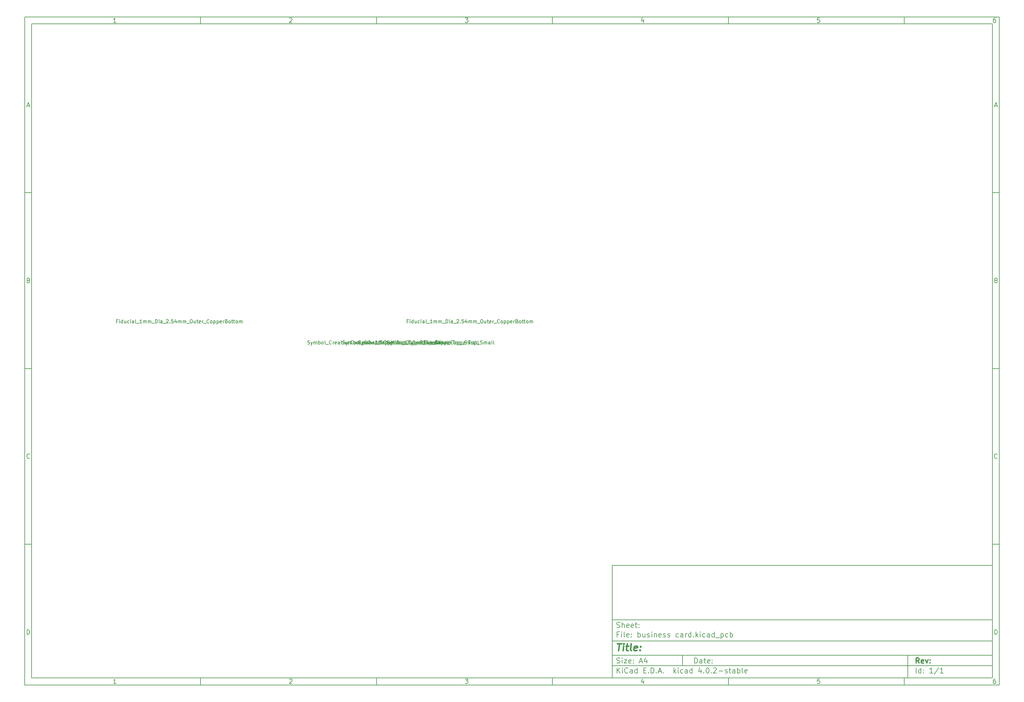
<source format=gbr>
G04 #@! TF.FileFunction,Other,Fab,Top*
%FSLAX46Y46*%
G04 Gerber Fmt 4.6, Leading zero omitted, Abs format (unit mm)*
G04 Created by KiCad (PCBNEW 4.0.2-stable) date Sunday, October 30, 2016 'PMt' 03:56:09 PM*
%MOMM*%
G01*
G04 APERTURE LIST*
%ADD10C,0.100000*%
%ADD11C,0.150000*%
%ADD12C,0.300000*%
%ADD13C,0.400000*%
G04 APERTURE END LIST*
D10*
D11*
X177002200Y-166007200D02*
X177002200Y-198007200D01*
X285002200Y-198007200D01*
X285002200Y-166007200D01*
X177002200Y-166007200D01*
D10*
D11*
X10000000Y-10000000D02*
X10000000Y-200007200D01*
X287002200Y-200007200D01*
X287002200Y-10000000D01*
X10000000Y-10000000D01*
D10*
D11*
X12000000Y-12000000D02*
X12000000Y-198007200D01*
X285002200Y-198007200D01*
X285002200Y-12000000D01*
X12000000Y-12000000D01*
D10*
D11*
X60000000Y-12000000D02*
X60000000Y-10000000D01*
D10*
D11*
X110000000Y-12000000D02*
X110000000Y-10000000D01*
D10*
D11*
X160000000Y-12000000D02*
X160000000Y-10000000D01*
D10*
D11*
X210000000Y-12000000D02*
X210000000Y-10000000D01*
D10*
D11*
X260000000Y-12000000D02*
X260000000Y-10000000D01*
D10*
D11*
X35990476Y-11588095D02*
X35247619Y-11588095D01*
X35619048Y-11588095D02*
X35619048Y-10288095D01*
X35495238Y-10473810D01*
X35371429Y-10597619D01*
X35247619Y-10659524D01*
D10*
D11*
X85247619Y-10411905D02*
X85309524Y-10350000D01*
X85433333Y-10288095D01*
X85742857Y-10288095D01*
X85866667Y-10350000D01*
X85928571Y-10411905D01*
X85990476Y-10535714D01*
X85990476Y-10659524D01*
X85928571Y-10845238D01*
X85185714Y-11588095D01*
X85990476Y-11588095D01*
D10*
D11*
X135185714Y-10288095D02*
X135990476Y-10288095D01*
X135557143Y-10783333D01*
X135742857Y-10783333D01*
X135866667Y-10845238D01*
X135928571Y-10907143D01*
X135990476Y-11030952D01*
X135990476Y-11340476D01*
X135928571Y-11464286D01*
X135866667Y-11526190D01*
X135742857Y-11588095D01*
X135371429Y-11588095D01*
X135247619Y-11526190D01*
X135185714Y-11464286D01*
D10*
D11*
X185866667Y-10721429D02*
X185866667Y-11588095D01*
X185557143Y-10226190D02*
X185247619Y-11154762D01*
X186052381Y-11154762D01*
D10*
D11*
X235928571Y-10288095D02*
X235309524Y-10288095D01*
X235247619Y-10907143D01*
X235309524Y-10845238D01*
X235433333Y-10783333D01*
X235742857Y-10783333D01*
X235866667Y-10845238D01*
X235928571Y-10907143D01*
X235990476Y-11030952D01*
X235990476Y-11340476D01*
X235928571Y-11464286D01*
X235866667Y-11526190D01*
X235742857Y-11588095D01*
X235433333Y-11588095D01*
X235309524Y-11526190D01*
X235247619Y-11464286D01*
D10*
D11*
X285866667Y-10288095D02*
X285619048Y-10288095D01*
X285495238Y-10350000D01*
X285433333Y-10411905D01*
X285309524Y-10597619D01*
X285247619Y-10845238D01*
X285247619Y-11340476D01*
X285309524Y-11464286D01*
X285371429Y-11526190D01*
X285495238Y-11588095D01*
X285742857Y-11588095D01*
X285866667Y-11526190D01*
X285928571Y-11464286D01*
X285990476Y-11340476D01*
X285990476Y-11030952D01*
X285928571Y-10907143D01*
X285866667Y-10845238D01*
X285742857Y-10783333D01*
X285495238Y-10783333D01*
X285371429Y-10845238D01*
X285309524Y-10907143D01*
X285247619Y-11030952D01*
D10*
D11*
X60000000Y-198007200D02*
X60000000Y-200007200D01*
D10*
D11*
X110000000Y-198007200D02*
X110000000Y-200007200D01*
D10*
D11*
X160000000Y-198007200D02*
X160000000Y-200007200D01*
D10*
D11*
X210000000Y-198007200D02*
X210000000Y-200007200D01*
D10*
D11*
X260000000Y-198007200D02*
X260000000Y-200007200D01*
D10*
D11*
X35990476Y-199595295D02*
X35247619Y-199595295D01*
X35619048Y-199595295D02*
X35619048Y-198295295D01*
X35495238Y-198481010D01*
X35371429Y-198604819D01*
X35247619Y-198666724D01*
D10*
D11*
X85247619Y-198419105D02*
X85309524Y-198357200D01*
X85433333Y-198295295D01*
X85742857Y-198295295D01*
X85866667Y-198357200D01*
X85928571Y-198419105D01*
X85990476Y-198542914D01*
X85990476Y-198666724D01*
X85928571Y-198852438D01*
X85185714Y-199595295D01*
X85990476Y-199595295D01*
D10*
D11*
X135185714Y-198295295D02*
X135990476Y-198295295D01*
X135557143Y-198790533D01*
X135742857Y-198790533D01*
X135866667Y-198852438D01*
X135928571Y-198914343D01*
X135990476Y-199038152D01*
X135990476Y-199347676D01*
X135928571Y-199471486D01*
X135866667Y-199533390D01*
X135742857Y-199595295D01*
X135371429Y-199595295D01*
X135247619Y-199533390D01*
X135185714Y-199471486D01*
D10*
D11*
X185866667Y-198728629D02*
X185866667Y-199595295D01*
X185557143Y-198233390D02*
X185247619Y-199161962D01*
X186052381Y-199161962D01*
D10*
D11*
X235928571Y-198295295D02*
X235309524Y-198295295D01*
X235247619Y-198914343D01*
X235309524Y-198852438D01*
X235433333Y-198790533D01*
X235742857Y-198790533D01*
X235866667Y-198852438D01*
X235928571Y-198914343D01*
X235990476Y-199038152D01*
X235990476Y-199347676D01*
X235928571Y-199471486D01*
X235866667Y-199533390D01*
X235742857Y-199595295D01*
X235433333Y-199595295D01*
X235309524Y-199533390D01*
X235247619Y-199471486D01*
D10*
D11*
X285866667Y-198295295D02*
X285619048Y-198295295D01*
X285495238Y-198357200D01*
X285433333Y-198419105D01*
X285309524Y-198604819D01*
X285247619Y-198852438D01*
X285247619Y-199347676D01*
X285309524Y-199471486D01*
X285371429Y-199533390D01*
X285495238Y-199595295D01*
X285742857Y-199595295D01*
X285866667Y-199533390D01*
X285928571Y-199471486D01*
X285990476Y-199347676D01*
X285990476Y-199038152D01*
X285928571Y-198914343D01*
X285866667Y-198852438D01*
X285742857Y-198790533D01*
X285495238Y-198790533D01*
X285371429Y-198852438D01*
X285309524Y-198914343D01*
X285247619Y-199038152D01*
D10*
D11*
X10000000Y-60000000D02*
X12000000Y-60000000D01*
D10*
D11*
X10000000Y-110000000D02*
X12000000Y-110000000D01*
D10*
D11*
X10000000Y-160000000D02*
X12000000Y-160000000D01*
D10*
D11*
X10690476Y-35216667D02*
X11309524Y-35216667D01*
X10566667Y-35588095D02*
X11000000Y-34288095D01*
X11433333Y-35588095D01*
D10*
D11*
X11092857Y-84907143D02*
X11278571Y-84969048D01*
X11340476Y-85030952D01*
X11402381Y-85154762D01*
X11402381Y-85340476D01*
X11340476Y-85464286D01*
X11278571Y-85526190D01*
X11154762Y-85588095D01*
X10659524Y-85588095D01*
X10659524Y-84288095D01*
X11092857Y-84288095D01*
X11216667Y-84350000D01*
X11278571Y-84411905D01*
X11340476Y-84535714D01*
X11340476Y-84659524D01*
X11278571Y-84783333D01*
X11216667Y-84845238D01*
X11092857Y-84907143D01*
X10659524Y-84907143D01*
D10*
D11*
X11402381Y-135464286D02*
X11340476Y-135526190D01*
X11154762Y-135588095D01*
X11030952Y-135588095D01*
X10845238Y-135526190D01*
X10721429Y-135402381D01*
X10659524Y-135278571D01*
X10597619Y-135030952D01*
X10597619Y-134845238D01*
X10659524Y-134597619D01*
X10721429Y-134473810D01*
X10845238Y-134350000D01*
X11030952Y-134288095D01*
X11154762Y-134288095D01*
X11340476Y-134350000D01*
X11402381Y-134411905D01*
D10*
D11*
X10659524Y-185588095D02*
X10659524Y-184288095D01*
X10969048Y-184288095D01*
X11154762Y-184350000D01*
X11278571Y-184473810D01*
X11340476Y-184597619D01*
X11402381Y-184845238D01*
X11402381Y-185030952D01*
X11340476Y-185278571D01*
X11278571Y-185402381D01*
X11154762Y-185526190D01*
X10969048Y-185588095D01*
X10659524Y-185588095D01*
D10*
D11*
X287002200Y-60000000D02*
X285002200Y-60000000D01*
D10*
D11*
X287002200Y-110000000D02*
X285002200Y-110000000D01*
D10*
D11*
X287002200Y-160000000D02*
X285002200Y-160000000D01*
D10*
D11*
X285692676Y-35216667D02*
X286311724Y-35216667D01*
X285568867Y-35588095D02*
X286002200Y-34288095D01*
X286435533Y-35588095D01*
D10*
D11*
X286095057Y-84907143D02*
X286280771Y-84969048D01*
X286342676Y-85030952D01*
X286404581Y-85154762D01*
X286404581Y-85340476D01*
X286342676Y-85464286D01*
X286280771Y-85526190D01*
X286156962Y-85588095D01*
X285661724Y-85588095D01*
X285661724Y-84288095D01*
X286095057Y-84288095D01*
X286218867Y-84350000D01*
X286280771Y-84411905D01*
X286342676Y-84535714D01*
X286342676Y-84659524D01*
X286280771Y-84783333D01*
X286218867Y-84845238D01*
X286095057Y-84907143D01*
X285661724Y-84907143D01*
D10*
D11*
X286404581Y-135464286D02*
X286342676Y-135526190D01*
X286156962Y-135588095D01*
X286033152Y-135588095D01*
X285847438Y-135526190D01*
X285723629Y-135402381D01*
X285661724Y-135278571D01*
X285599819Y-135030952D01*
X285599819Y-134845238D01*
X285661724Y-134597619D01*
X285723629Y-134473810D01*
X285847438Y-134350000D01*
X286033152Y-134288095D01*
X286156962Y-134288095D01*
X286342676Y-134350000D01*
X286404581Y-134411905D01*
D10*
D11*
X285661724Y-185588095D02*
X285661724Y-184288095D01*
X285971248Y-184288095D01*
X286156962Y-184350000D01*
X286280771Y-184473810D01*
X286342676Y-184597619D01*
X286404581Y-184845238D01*
X286404581Y-185030952D01*
X286342676Y-185278571D01*
X286280771Y-185402381D01*
X286156962Y-185526190D01*
X285971248Y-185588095D01*
X285661724Y-185588095D01*
D10*
D11*
X200359343Y-193785771D02*
X200359343Y-192285771D01*
X200716486Y-192285771D01*
X200930771Y-192357200D01*
X201073629Y-192500057D01*
X201145057Y-192642914D01*
X201216486Y-192928629D01*
X201216486Y-193142914D01*
X201145057Y-193428629D01*
X201073629Y-193571486D01*
X200930771Y-193714343D01*
X200716486Y-193785771D01*
X200359343Y-193785771D01*
X202502200Y-193785771D02*
X202502200Y-193000057D01*
X202430771Y-192857200D01*
X202287914Y-192785771D01*
X202002200Y-192785771D01*
X201859343Y-192857200D01*
X202502200Y-193714343D02*
X202359343Y-193785771D01*
X202002200Y-193785771D01*
X201859343Y-193714343D01*
X201787914Y-193571486D01*
X201787914Y-193428629D01*
X201859343Y-193285771D01*
X202002200Y-193214343D01*
X202359343Y-193214343D01*
X202502200Y-193142914D01*
X203002200Y-192785771D02*
X203573629Y-192785771D01*
X203216486Y-192285771D02*
X203216486Y-193571486D01*
X203287914Y-193714343D01*
X203430772Y-193785771D01*
X203573629Y-193785771D01*
X204645057Y-193714343D02*
X204502200Y-193785771D01*
X204216486Y-193785771D01*
X204073629Y-193714343D01*
X204002200Y-193571486D01*
X204002200Y-193000057D01*
X204073629Y-192857200D01*
X204216486Y-192785771D01*
X204502200Y-192785771D01*
X204645057Y-192857200D01*
X204716486Y-193000057D01*
X204716486Y-193142914D01*
X204002200Y-193285771D01*
X205359343Y-193642914D02*
X205430771Y-193714343D01*
X205359343Y-193785771D01*
X205287914Y-193714343D01*
X205359343Y-193642914D01*
X205359343Y-193785771D01*
X205359343Y-192857200D02*
X205430771Y-192928629D01*
X205359343Y-193000057D01*
X205287914Y-192928629D01*
X205359343Y-192857200D01*
X205359343Y-193000057D01*
D10*
D11*
X177002200Y-194507200D02*
X285002200Y-194507200D01*
D10*
D11*
X178359343Y-196585771D02*
X178359343Y-195085771D01*
X179216486Y-196585771D02*
X178573629Y-195728629D01*
X179216486Y-195085771D02*
X178359343Y-195942914D01*
X179859343Y-196585771D02*
X179859343Y-195585771D01*
X179859343Y-195085771D02*
X179787914Y-195157200D01*
X179859343Y-195228629D01*
X179930771Y-195157200D01*
X179859343Y-195085771D01*
X179859343Y-195228629D01*
X181430772Y-196442914D02*
X181359343Y-196514343D01*
X181145057Y-196585771D01*
X181002200Y-196585771D01*
X180787915Y-196514343D01*
X180645057Y-196371486D01*
X180573629Y-196228629D01*
X180502200Y-195942914D01*
X180502200Y-195728629D01*
X180573629Y-195442914D01*
X180645057Y-195300057D01*
X180787915Y-195157200D01*
X181002200Y-195085771D01*
X181145057Y-195085771D01*
X181359343Y-195157200D01*
X181430772Y-195228629D01*
X182716486Y-196585771D02*
X182716486Y-195800057D01*
X182645057Y-195657200D01*
X182502200Y-195585771D01*
X182216486Y-195585771D01*
X182073629Y-195657200D01*
X182716486Y-196514343D02*
X182573629Y-196585771D01*
X182216486Y-196585771D01*
X182073629Y-196514343D01*
X182002200Y-196371486D01*
X182002200Y-196228629D01*
X182073629Y-196085771D01*
X182216486Y-196014343D01*
X182573629Y-196014343D01*
X182716486Y-195942914D01*
X184073629Y-196585771D02*
X184073629Y-195085771D01*
X184073629Y-196514343D02*
X183930772Y-196585771D01*
X183645058Y-196585771D01*
X183502200Y-196514343D01*
X183430772Y-196442914D01*
X183359343Y-196300057D01*
X183359343Y-195871486D01*
X183430772Y-195728629D01*
X183502200Y-195657200D01*
X183645058Y-195585771D01*
X183930772Y-195585771D01*
X184073629Y-195657200D01*
X185930772Y-195800057D02*
X186430772Y-195800057D01*
X186645058Y-196585771D02*
X185930772Y-196585771D01*
X185930772Y-195085771D01*
X186645058Y-195085771D01*
X187287915Y-196442914D02*
X187359343Y-196514343D01*
X187287915Y-196585771D01*
X187216486Y-196514343D01*
X187287915Y-196442914D01*
X187287915Y-196585771D01*
X188002201Y-196585771D02*
X188002201Y-195085771D01*
X188359344Y-195085771D01*
X188573629Y-195157200D01*
X188716487Y-195300057D01*
X188787915Y-195442914D01*
X188859344Y-195728629D01*
X188859344Y-195942914D01*
X188787915Y-196228629D01*
X188716487Y-196371486D01*
X188573629Y-196514343D01*
X188359344Y-196585771D01*
X188002201Y-196585771D01*
X189502201Y-196442914D02*
X189573629Y-196514343D01*
X189502201Y-196585771D01*
X189430772Y-196514343D01*
X189502201Y-196442914D01*
X189502201Y-196585771D01*
X190145058Y-196157200D02*
X190859344Y-196157200D01*
X190002201Y-196585771D02*
X190502201Y-195085771D01*
X191002201Y-196585771D01*
X191502201Y-196442914D02*
X191573629Y-196514343D01*
X191502201Y-196585771D01*
X191430772Y-196514343D01*
X191502201Y-196442914D01*
X191502201Y-196585771D01*
X194502201Y-196585771D02*
X194502201Y-195085771D01*
X194645058Y-196014343D02*
X195073629Y-196585771D01*
X195073629Y-195585771D02*
X194502201Y-196157200D01*
X195716487Y-196585771D02*
X195716487Y-195585771D01*
X195716487Y-195085771D02*
X195645058Y-195157200D01*
X195716487Y-195228629D01*
X195787915Y-195157200D01*
X195716487Y-195085771D01*
X195716487Y-195228629D01*
X197073630Y-196514343D02*
X196930773Y-196585771D01*
X196645059Y-196585771D01*
X196502201Y-196514343D01*
X196430773Y-196442914D01*
X196359344Y-196300057D01*
X196359344Y-195871486D01*
X196430773Y-195728629D01*
X196502201Y-195657200D01*
X196645059Y-195585771D01*
X196930773Y-195585771D01*
X197073630Y-195657200D01*
X198359344Y-196585771D02*
X198359344Y-195800057D01*
X198287915Y-195657200D01*
X198145058Y-195585771D01*
X197859344Y-195585771D01*
X197716487Y-195657200D01*
X198359344Y-196514343D02*
X198216487Y-196585771D01*
X197859344Y-196585771D01*
X197716487Y-196514343D01*
X197645058Y-196371486D01*
X197645058Y-196228629D01*
X197716487Y-196085771D01*
X197859344Y-196014343D01*
X198216487Y-196014343D01*
X198359344Y-195942914D01*
X199716487Y-196585771D02*
X199716487Y-195085771D01*
X199716487Y-196514343D02*
X199573630Y-196585771D01*
X199287916Y-196585771D01*
X199145058Y-196514343D01*
X199073630Y-196442914D01*
X199002201Y-196300057D01*
X199002201Y-195871486D01*
X199073630Y-195728629D01*
X199145058Y-195657200D01*
X199287916Y-195585771D01*
X199573630Y-195585771D01*
X199716487Y-195657200D01*
X202216487Y-195585771D02*
X202216487Y-196585771D01*
X201859344Y-195014343D02*
X201502201Y-196085771D01*
X202430773Y-196085771D01*
X203002201Y-196442914D02*
X203073629Y-196514343D01*
X203002201Y-196585771D01*
X202930772Y-196514343D01*
X203002201Y-196442914D01*
X203002201Y-196585771D01*
X204002201Y-195085771D02*
X204145058Y-195085771D01*
X204287915Y-195157200D01*
X204359344Y-195228629D01*
X204430773Y-195371486D01*
X204502201Y-195657200D01*
X204502201Y-196014343D01*
X204430773Y-196300057D01*
X204359344Y-196442914D01*
X204287915Y-196514343D01*
X204145058Y-196585771D01*
X204002201Y-196585771D01*
X203859344Y-196514343D01*
X203787915Y-196442914D01*
X203716487Y-196300057D01*
X203645058Y-196014343D01*
X203645058Y-195657200D01*
X203716487Y-195371486D01*
X203787915Y-195228629D01*
X203859344Y-195157200D01*
X204002201Y-195085771D01*
X205145058Y-196442914D02*
X205216486Y-196514343D01*
X205145058Y-196585771D01*
X205073629Y-196514343D01*
X205145058Y-196442914D01*
X205145058Y-196585771D01*
X205787915Y-195228629D02*
X205859344Y-195157200D01*
X206002201Y-195085771D01*
X206359344Y-195085771D01*
X206502201Y-195157200D01*
X206573630Y-195228629D01*
X206645058Y-195371486D01*
X206645058Y-195514343D01*
X206573630Y-195728629D01*
X205716487Y-196585771D01*
X206645058Y-196585771D01*
X207287915Y-196014343D02*
X208430772Y-196014343D01*
X209073629Y-196514343D02*
X209216486Y-196585771D01*
X209502201Y-196585771D01*
X209645058Y-196514343D01*
X209716486Y-196371486D01*
X209716486Y-196300057D01*
X209645058Y-196157200D01*
X209502201Y-196085771D01*
X209287915Y-196085771D01*
X209145058Y-196014343D01*
X209073629Y-195871486D01*
X209073629Y-195800057D01*
X209145058Y-195657200D01*
X209287915Y-195585771D01*
X209502201Y-195585771D01*
X209645058Y-195657200D01*
X210145058Y-195585771D02*
X210716487Y-195585771D01*
X210359344Y-195085771D02*
X210359344Y-196371486D01*
X210430772Y-196514343D01*
X210573630Y-196585771D01*
X210716487Y-196585771D01*
X211859344Y-196585771D02*
X211859344Y-195800057D01*
X211787915Y-195657200D01*
X211645058Y-195585771D01*
X211359344Y-195585771D01*
X211216487Y-195657200D01*
X211859344Y-196514343D02*
X211716487Y-196585771D01*
X211359344Y-196585771D01*
X211216487Y-196514343D01*
X211145058Y-196371486D01*
X211145058Y-196228629D01*
X211216487Y-196085771D01*
X211359344Y-196014343D01*
X211716487Y-196014343D01*
X211859344Y-195942914D01*
X212573630Y-196585771D02*
X212573630Y-195085771D01*
X212573630Y-195657200D02*
X212716487Y-195585771D01*
X213002201Y-195585771D01*
X213145058Y-195657200D01*
X213216487Y-195728629D01*
X213287916Y-195871486D01*
X213287916Y-196300057D01*
X213216487Y-196442914D01*
X213145058Y-196514343D01*
X213002201Y-196585771D01*
X212716487Y-196585771D01*
X212573630Y-196514343D01*
X214145059Y-196585771D02*
X214002201Y-196514343D01*
X213930773Y-196371486D01*
X213930773Y-195085771D01*
X215287915Y-196514343D02*
X215145058Y-196585771D01*
X214859344Y-196585771D01*
X214716487Y-196514343D01*
X214645058Y-196371486D01*
X214645058Y-195800057D01*
X214716487Y-195657200D01*
X214859344Y-195585771D01*
X215145058Y-195585771D01*
X215287915Y-195657200D01*
X215359344Y-195800057D01*
X215359344Y-195942914D01*
X214645058Y-196085771D01*
D10*
D11*
X177002200Y-191507200D02*
X285002200Y-191507200D01*
D10*
D12*
X264216486Y-193785771D02*
X263716486Y-193071486D01*
X263359343Y-193785771D02*
X263359343Y-192285771D01*
X263930771Y-192285771D01*
X264073629Y-192357200D01*
X264145057Y-192428629D01*
X264216486Y-192571486D01*
X264216486Y-192785771D01*
X264145057Y-192928629D01*
X264073629Y-193000057D01*
X263930771Y-193071486D01*
X263359343Y-193071486D01*
X265430771Y-193714343D02*
X265287914Y-193785771D01*
X265002200Y-193785771D01*
X264859343Y-193714343D01*
X264787914Y-193571486D01*
X264787914Y-193000057D01*
X264859343Y-192857200D01*
X265002200Y-192785771D01*
X265287914Y-192785771D01*
X265430771Y-192857200D01*
X265502200Y-193000057D01*
X265502200Y-193142914D01*
X264787914Y-193285771D01*
X266002200Y-192785771D02*
X266359343Y-193785771D01*
X266716485Y-192785771D01*
X267287914Y-193642914D02*
X267359342Y-193714343D01*
X267287914Y-193785771D01*
X267216485Y-193714343D01*
X267287914Y-193642914D01*
X267287914Y-193785771D01*
X267287914Y-192857200D02*
X267359342Y-192928629D01*
X267287914Y-193000057D01*
X267216485Y-192928629D01*
X267287914Y-192857200D01*
X267287914Y-193000057D01*
D10*
D11*
X178287914Y-193714343D02*
X178502200Y-193785771D01*
X178859343Y-193785771D01*
X179002200Y-193714343D01*
X179073629Y-193642914D01*
X179145057Y-193500057D01*
X179145057Y-193357200D01*
X179073629Y-193214343D01*
X179002200Y-193142914D01*
X178859343Y-193071486D01*
X178573629Y-193000057D01*
X178430771Y-192928629D01*
X178359343Y-192857200D01*
X178287914Y-192714343D01*
X178287914Y-192571486D01*
X178359343Y-192428629D01*
X178430771Y-192357200D01*
X178573629Y-192285771D01*
X178930771Y-192285771D01*
X179145057Y-192357200D01*
X179787914Y-193785771D02*
X179787914Y-192785771D01*
X179787914Y-192285771D02*
X179716485Y-192357200D01*
X179787914Y-192428629D01*
X179859342Y-192357200D01*
X179787914Y-192285771D01*
X179787914Y-192428629D01*
X180359343Y-192785771D02*
X181145057Y-192785771D01*
X180359343Y-193785771D01*
X181145057Y-193785771D01*
X182287914Y-193714343D02*
X182145057Y-193785771D01*
X181859343Y-193785771D01*
X181716486Y-193714343D01*
X181645057Y-193571486D01*
X181645057Y-193000057D01*
X181716486Y-192857200D01*
X181859343Y-192785771D01*
X182145057Y-192785771D01*
X182287914Y-192857200D01*
X182359343Y-193000057D01*
X182359343Y-193142914D01*
X181645057Y-193285771D01*
X183002200Y-193642914D02*
X183073628Y-193714343D01*
X183002200Y-193785771D01*
X182930771Y-193714343D01*
X183002200Y-193642914D01*
X183002200Y-193785771D01*
X183002200Y-192857200D02*
X183073628Y-192928629D01*
X183002200Y-193000057D01*
X182930771Y-192928629D01*
X183002200Y-192857200D01*
X183002200Y-193000057D01*
X184787914Y-193357200D02*
X185502200Y-193357200D01*
X184645057Y-193785771D02*
X185145057Y-192285771D01*
X185645057Y-193785771D01*
X186787914Y-192785771D02*
X186787914Y-193785771D01*
X186430771Y-192214343D02*
X186073628Y-193285771D01*
X187002200Y-193285771D01*
D10*
D11*
X263359343Y-196585771D02*
X263359343Y-195085771D01*
X264716486Y-196585771D02*
X264716486Y-195085771D01*
X264716486Y-196514343D02*
X264573629Y-196585771D01*
X264287915Y-196585771D01*
X264145057Y-196514343D01*
X264073629Y-196442914D01*
X264002200Y-196300057D01*
X264002200Y-195871486D01*
X264073629Y-195728629D01*
X264145057Y-195657200D01*
X264287915Y-195585771D01*
X264573629Y-195585771D01*
X264716486Y-195657200D01*
X265430772Y-196442914D02*
X265502200Y-196514343D01*
X265430772Y-196585771D01*
X265359343Y-196514343D01*
X265430772Y-196442914D01*
X265430772Y-196585771D01*
X265430772Y-195657200D02*
X265502200Y-195728629D01*
X265430772Y-195800057D01*
X265359343Y-195728629D01*
X265430772Y-195657200D01*
X265430772Y-195800057D01*
X268073629Y-196585771D02*
X267216486Y-196585771D01*
X267645058Y-196585771D02*
X267645058Y-195085771D01*
X267502201Y-195300057D01*
X267359343Y-195442914D01*
X267216486Y-195514343D01*
X269787914Y-195014343D02*
X268502200Y-196942914D01*
X271073629Y-196585771D02*
X270216486Y-196585771D01*
X270645058Y-196585771D02*
X270645058Y-195085771D01*
X270502201Y-195300057D01*
X270359343Y-195442914D01*
X270216486Y-195514343D01*
D10*
D11*
X177002200Y-187507200D02*
X285002200Y-187507200D01*
D10*
D13*
X178454581Y-188211962D02*
X179597438Y-188211962D01*
X178776010Y-190211962D02*
X179026010Y-188211962D01*
X180014105Y-190211962D02*
X180180771Y-188878629D01*
X180264105Y-188211962D02*
X180156962Y-188307200D01*
X180240295Y-188402438D01*
X180347439Y-188307200D01*
X180264105Y-188211962D01*
X180240295Y-188402438D01*
X180847438Y-188878629D02*
X181609343Y-188878629D01*
X181216486Y-188211962D02*
X181002200Y-189926248D01*
X181073630Y-190116724D01*
X181252201Y-190211962D01*
X181442677Y-190211962D01*
X182395058Y-190211962D02*
X182216487Y-190116724D01*
X182145057Y-189926248D01*
X182359343Y-188211962D01*
X183930772Y-190116724D02*
X183728391Y-190211962D01*
X183347439Y-190211962D01*
X183168867Y-190116724D01*
X183097438Y-189926248D01*
X183192676Y-189164343D01*
X183311724Y-188973867D01*
X183514105Y-188878629D01*
X183895057Y-188878629D01*
X184073629Y-188973867D01*
X184145057Y-189164343D01*
X184121248Y-189354819D01*
X183145057Y-189545295D01*
X184895057Y-190021486D02*
X184978392Y-190116724D01*
X184871248Y-190211962D01*
X184787915Y-190116724D01*
X184895057Y-190021486D01*
X184871248Y-190211962D01*
X185026010Y-188973867D02*
X185109344Y-189069105D01*
X185002200Y-189164343D01*
X184918867Y-189069105D01*
X185026010Y-188973867D01*
X185002200Y-189164343D01*
D10*
D11*
X178859343Y-185600057D02*
X178359343Y-185600057D01*
X178359343Y-186385771D02*
X178359343Y-184885771D01*
X179073629Y-184885771D01*
X179645057Y-186385771D02*
X179645057Y-185385771D01*
X179645057Y-184885771D02*
X179573628Y-184957200D01*
X179645057Y-185028629D01*
X179716485Y-184957200D01*
X179645057Y-184885771D01*
X179645057Y-185028629D01*
X180573629Y-186385771D02*
X180430771Y-186314343D01*
X180359343Y-186171486D01*
X180359343Y-184885771D01*
X181716485Y-186314343D02*
X181573628Y-186385771D01*
X181287914Y-186385771D01*
X181145057Y-186314343D01*
X181073628Y-186171486D01*
X181073628Y-185600057D01*
X181145057Y-185457200D01*
X181287914Y-185385771D01*
X181573628Y-185385771D01*
X181716485Y-185457200D01*
X181787914Y-185600057D01*
X181787914Y-185742914D01*
X181073628Y-185885771D01*
X182430771Y-186242914D02*
X182502199Y-186314343D01*
X182430771Y-186385771D01*
X182359342Y-186314343D01*
X182430771Y-186242914D01*
X182430771Y-186385771D01*
X182430771Y-185457200D02*
X182502199Y-185528629D01*
X182430771Y-185600057D01*
X182359342Y-185528629D01*
X182430771Y-185457200D01*
X182430771Y-185600057D01*
X184287914Y-186385771D02*
X184287914Y-184885771D01*
X184287914Y-185457200D02*
X184430771Y-185385771D01*
X184716485Y-185385771D01*
X184859342Y-185457200D01*
X184930771Y-185528629D01*
X185002200Y-185671486D01*
X185002200Y-186100057D01*
X184930771Y-186242914D01*
X184859342Y-186314343D01*
X184716485Y-186385771D01*
X184430771Y-186385771D01*
X184287914Y-186314343D01*
X186287914Y-185385771D02*
X186287914Y-186385771D01*
X185645057Y-185385771D02*
X185645057Y-186171486D01*
X185716485Y-186314343D01*
X185859343Y-186385771D01*
X186073628Y-186385771D01*
X186216485Y-186314343D01*
X186287914Y-186242914D01*
X186930771Y-186314343D02*
X187073628Y-186385771D01*
X187359343Y-186385771D01*
X187502200Y-186314343D01*
X187573628Y-186171486D01*
X187573628Y-186100057D01*
X187502200Y-185957200D01*
X187359343Y-185885771D01*
X187145057Y-185885771D01*
X187002200Y-185814343D01*
X186930771Y-185671486D01*
X186930771Y-185600057D01*
X187002200Y-185457200D01*
X187145057Y-185385771D01*
X187359343Y-185385771D01*
X187502200Y-185457200D01*
X188216486Y-186385771D02*
X188216486Y-185385771D01*
X188216486Y-184885771D02*
X188145057Y-184957200D01*
X188216486Y-185028629D01*
X188287914Y-184957200D01*
X188216486Y-184885771D01*
X188216486Y-185028629D01*
X188930772Y-185385771D02*
X188930772Y-186385771D01*
X188930772Y-185528629D02*
X189002200Y-185457200D01*
X189145058Y-185385771D01*
X189359343Y-185385771D01*
X189502200Y-185457200D01*
X189573629Y-185600057D01*
X189573629Y-186385771D01*
X190859343Y-186314343D02*
X190716486Y-186385771D01*
X190430772Y-186385771D01*
X190287915Y-186314343D01*
X190216486Y-186171486D01*
X190216486Y-185600057D01*
X190287915Y-185457200D01*
X190430772Y-185385771D01*
X190716486Y-185385771D01*
X190859343Y-185457200D01*
X190930772Y-185600057D01*
X190930772Y-185742914D01*
X190216486Y-185885771D01*
X191502200Y-186314343D02*
X191645057Y-186385771D01*
X191930772Y-186385771D01*
X192073629Y-186314343D01*
X192145057Y-186171486D01*
X192145057Y-186100057D01*
X192073629Y-185957200D01*
X191930772Y-185885771D01*
X191716486Y-185885771D01*
X191573629Y-185814343D01*
X191502200Y-185671486D01*
X191502200Y-185600057D01*
X191573629Y-185457200D01*
X191716486Y-185385771D01*
X191930772Y-185385771D01*
X192073629Y-185457200D01*
X192716486Y-186314343D02*
X192859343Y-186385771D01*
X193145058Y-186385771D01*
X193287915Y-186314343D01*
X193359343Y-186171486D01*
X193359343Y-186100057D01*
X193287915Y-185957200D01*
X193145058Y-185885771D01*
X192930772Y-185885771D01*
X192787915Y-185814343D01*
X192716486Y-185671486D01*
X192716486Y-185600057D01*
X192787915Y-185457200D01*
X192930772Y-185385771D01*
X193145058Y-185385771D01*
X193287915Y-185457200D01*
X195787915Y-186314343D02*
X195645058Y-186385771D01*
X195359344Y-186385771D01*
X195216486Y-186314343D01*
X195145058Y-186242914D01*
X195073629Y-186100057D01*
X195073629Y-185671486D01*
X195145058Y-185528629D01*
X195216486Y-185457200D01*
X195359344Y-185385771D01*
X195645058Y-185385771D01*
X195787915Y-185457200D01*
X197073629Y-186385771D02*
X197073629Y-185600057D01*
X197002200Y-185457200D01*
X196859343Y-185385771D01*
X196573629Y-185385771D01*
X196430772Y-185457200D01*
X197073629Y-186314343D02*
X196930772Y-186385771D01*
X196573629Y-186385771D01*
X196430772Y-186314343D01*
X196359343Y-186171486D01*
X196359343Y-186028629D01*
X196430772Y-185885771D01*
X196573629Y-185814343D01*
X196930772Y-185814343D01*
X197073629Y-185742914D01*
X197787915Y-186385771D02*
X197787915Y-185385771D01*
X197787915Y-185671486D02*
X197859343Y-185528629D01*
X197930772Y-185457200D01*
X198073629Y-185385771D01*
X198216486Y-185385771D01*
X199359343Y-186385771D02*
X199359343Y-184885771D01*
X199359343Y-186314343D02*
X199216486Y-186385771D01*
X198930772Y-186385771D01*
X198787914Y-186314343D01*
X198716486Y-186242914D01*
X198645057Y-186100057D01*
X198645057Y-185671486D01*
X198716486Y-185528629D01*
X198787914Y-185457200D01*
X198930772Y-185385771D01*
X199216486Y-185385771D01*
X199359343Y-185457200D01*
X200073629Y-186242914D02*
X200145057Y-186314343D01*
X200073629Y-186385771D01*
X200002200Y-186314343D01*
X200073629Y-186242914D01*
X200073629Y-186385771D01*
X200787915Y-186385771D02*
X200787915Y-184885771D01*
X200930772Y-185814343D02*
X201359343Y-186385771D01*
X201359343Y-185385771D02*
X200787915Y-185957200D01*
X202002201Y-186385771D02*
X202002201Y-185385771D01*
X202002201Y-184885771D02*
X201930772Y-184957200D01*
X202002201Y-185028629D01*
X202073629Y-184957200D01*
X202002201Y-184885771D01*
X202002201Y-185028629D01*
X203359344Y-186314343D02*
X203216487Y-186385771D01*
X202930773Y-186385771D01*
X202787915Y-186314343D01*
X202716487Y-186242914D01*
X202645058Y-186100057D01*
X202645058Y-185671486D01*
X202716487Y-185528629D01*
X202787915Y-185457200D01*
X202930773Y-185385771D01*
X203216487Y-185385771D01*
X203359344Y-185457200D01*
X204645058Y-186385771D02*
X204645058Y-185600057D01*
X204573629Y-185457200D01*
X204430772Y-185385771D01*
X204145058Y-185385771D01*
X204002201Y-185457200D01*
X204645058Y-186314343D02*
X204502201Y-186385771D01*
X204145058Y-186385771D01*
X204002201Y-186314343D01*
X203930772Y-186171486D01*
X203930772Y-186028629D01*
X204002201Y-185885771D01*
X204145058Y-185814343D01*
X204502201Y-185814343D01*
X204645058Y-185742914D01*
X206002201Y-186385771D02*
X206002201Y-184885771D01*
X206002201Y-186314343D02*
X205859344Y-186385771D01*
X205573630Y-186385771D01*
X205430772Y-186314343D01*
X205359344Y-186242914D01*
X205287915Y-186100057D01*
X205287915Y-185671486D01*
X205359344Y-185528629D01*
X205430772Y-185457200D01*
X205573630Y-185385771D01*
X205859344Y-185385771D01*
X206002201Y-185457200D01*
X206359344Y-186528629D02*
X207502201Y-186528629D01*
X207859344Y-185385771D02*
X207859344Y-186885771D01*
X207859344Y-185457200D02*
X208002201Y-185385771D01*
X208287915Y-185385771D01*
X208430772Y-185457200D01*
X208502201Y-185528629D01*
X208573630Y-185671486D01*
X208573630Y-186100057D01*
X208502201Y-186242914D01*
X208430772Y-186314343D01*
X208287915Y-186385771D01*
X208002201Y-186385771D01*
X207859344Y-186314343D01*
X209859344Y-186314343D02*
X209716487Y-186385771D01*
X209430773Y-186385771D01*
X209287915Y-186314343D01*
X209216487Y-186242914D01*
X209145058Y-186100057D01*
X209145058Y-185671486D01*
X209216487Y-185528629D01*
X209287915Y-185457200D01*
X209430773Y-185385771D01*
X209716487Y-185385771D01*
X209859344Y-185457200D01*
X210502201Y-186385771D02*
X210502201Y-184885771D01*
X210502201Y-185457200D02*
X210645058Y-185385771D01*
X210930772Y-185385771D01*
X211073629Y-185457200D01*
X211145058Y-185528629D01*
X211216487Y-185671486D01*
X211216487Y-186100057D01*
X211145058Y-186242914D01*
X211073629Y-186314343D01*
X210930772Y-186385771D01*
X210645058Y-186385771D01*
X210502201Y-186314343D01*
D10*
D11*
X177002200Y-181507200D02*
X285002200Y-181507200D01*
D10*
D11*
X178287914Y-183614343D02*
X178502200Y-183685771D01*
X178859343Y-183685771D01*
X179002200Y-183614343D01*
X179073629Y-183542914D01*
X179145057Y-183400057D01*
X179145057Y-183257200D01*
X179073629Y-183114343D01*
X179002200Y-183042914D01*
X178859343Y-182971486D01*
X178573629Y-182900057D01*
X178430771Y-182828629D01*
X178359343Y-182757200D01*
X178287914Y-182614343D01*
X178287914Y-182471486D01*
X178359343Y-182328629D01*
X178430771Y-182257200D01*
X178573629Y-182185771D01*
X178930771Y-182185771D01*
X179145057Y-182257200D01*
X179787914Y-183685771D02*
X179787914Y-182185771D01*
X180430771Y-183685771D02*
X180430771Y-182900057D01*
X180359342Y-182757200D01*
X180216485Y-182685771D01*
X180002200Y-182685771D01*
X179859342Y-182757200D01*
X179787914Y-182828629D01*
X181716485Y-183614343D02*
X181573628Y-183685771D01*
X181287914Y-183685771D01*
X181145057Y-183614343D01*
X181073628Y-183471486D01*
X181073628Y-182900057D01*
X181145057Y-182757200D01*
X181287914Y-182685771D01*
X181573628Y-182685771D01*
X181716485Y-182757200D01*
X181787914Y-182900057D01*
X181787914Y-183042914D01*
X181073628Y-183185771D01*
X183002199Y-183614343D02*
X182859342Y-183685771D01*
X182573628Y-183685771D01*
X182430771Y-183614343D01*
X182359342Y-183471486D01*
X182359342Y-182900057D01*
X182430771Y-182757200D01*
X182573628Y-182685771D01*
X182859342Y-182685771D01*
X183002199Y-182757200D01*
X183073628Y-182900057D01*
X183073628Y-183042914D01*
X182359342Y-183185771D01*
X183502199Y-182685771D02*
X184073628Y-182685771D01*
X183716485Y-182185771D02*
X183716485Y-183471486D01*
X183787913Y-183614343D01*
X183930771Y-183685771D01*
X184073628Y-183685771D01*
X184573628Y-183542914D02*
X184645056Y-183614343D01*
X184573628Y-183685771D01*
X184502199Y-183614343D01*
X184573628Y-183542914D01*
X184573628Y-183685771D01*
X184573628Y-182757200D02*
X184645056Y-182828629D01*
X184573628Y-182900057D01*
X184502199Y-182828629D01*
X184573628Y-182757200D01*
X184573628Y-182900057D01*
D10*
D11*
X197002200Y-191507200D02*
X197002200Y-194507200D01*
D10*
D11*
X261002200Y-191507200D02*
X261002200Y-198007200D01*
X100391581Y-103020762D02*
X100534438Y-103068381D01*
X100772534Y-103068381D01*
X100867772Y-103020762D01*
X100915391Y-102973143D01*
X100963010Y-102877905D01*
X100963010Y-102782667D01*
X100915391Y-102687429D01*
X100867772Y-102639810D01*
X100772534Y-102592190D01*
X100582057Y-102544571D01*
X100486819Y-102496952D01*
X100439200Y-102449333D01*
X100391581Y-102354095D01*
X100391581Y-102258857D01*
X100439200Y-102163619D01*
X100486819Y-102116000D01*
X100582057Y-102068381D01*
X100820153Y-102068381D01*
X100963010Y-102116000D01*
X101296343Y-102401714D02*
X101534438Y-103068381D01*
X101772534Y-102401714D02*
X101534438Y-103068381D01*
X101439200Y-103306476D01*
X101391581Y-103354095D01*
X101296343Y-103401714D01*
X102153486Y-103068381D02*
X102153486Y-102401714D01*
X102153486Y-102496952D02*
X102201105Y-102449333D01*
X102296343Y-102401714D01*
X102439201Y-102401714D01*
X102534439Y-102449333D01*
X102582058Y-102544571D01*
X102582058Y-103068381D01*
X102582058Y-102544571D02*
X102629677Y-102449333D01*
X102724915Y-102401714D01*
X102867772Y-102401714D01*
X102963010Y-102449333D01*
X103010629Y-102544571D01*
X103010629Y-103068381D01*
X103486819Y-103068381D02*
X103486819Y-102068381D01*
X103486819Y-102449333D02*
X103582057Y-102401714D01*
X103772534Y-102401714D01*
X103867772Y-102449333D01*
X103915391Y-102496952D01*
X103963010Y-102592190D01*
X103963010Y-102877905D01*
X103915391Y-102973143D01*
X103867772Y-103020762D01*
X103772534Y-103068381D01*
X103582057Y-103068381D01*
X103486819Y-103020762D01*
X104534438Y-103068381D02*
X104439200Y-103020762D01*
X104391581Y-102973143D01*
X104343962Y-102877905D01*
X104343962Y-102592190D01*
X104391581Y-102496952D01*
X104439200Y-102449333D01*
X104534438Y-102401714D01*
X104677296Y-102401714D01*
X104772534Y-102449333D01*
X104820153Y-102496952D01*
X104867772Y-102592190D01*
X104867772Y-102877905D01*
X104820153Y-102973143D01*
X104772534Y-103020762D01*
X104677296Y-103068381D01*
X104534438Y-103068381D01*
X105439200Y-103068381D02*
X105343962Y-103020762D01*
X105296343Y-102925524D01*
X105296343Y-102068381D01*
X105582058Y-103163619D02*
X106343963Y-103163619D01*
X107153487Y-102973143D02*
X107105868Y-103020762D01*
X106963011Y-103068381D01*
X106867773Y-103068381D01*
X106724915Y-103020762D01*
X106629677Y-102925524D01*
X106582058Y-102830286D01*
X106534439Y-102639810D01*
X106534439Y-102496952D01*
X106582058Y-102306476D01*
X106629677Y-102211238D01*
X106724915Y-102116000D01*
X106867773Y-102068381D01*
X106963011Y-102068381D01*
X107105868Y-102116000D01*
X107153487Y-102163619D01*
X108153487Y-102973143D02*
X108105868Y-103020762D01*
X107963011Y-103068381D01*
X107867773Y-103068381D01*
X107724915Y-103020762D01*
X107629677Y-102925524D01*
X107582058Y-102830286D01*
X107534439Y-102639810D01*
X107534439Y-102496952D01*
X107582058Y-102306476D01*
X107629677Y-102211238D01*
X107724915Y-102116000D01*
X107867773Y-102068381D01*
X107963011Y-102068381D01*
X108105868Y-102116000D01*
X108153487Y-102163619D01*
X108582058Y-102687429D02*
X109343963Y-102687429D01*
X109772534Y-102782667D02*
X110248725Y-102782667D01*
X109677296Y-103068381D02*
X110010629Y-102068381D01*
X110343963Y-103068381D01*
X110534439Y-102401714D02*
X110915391Y-102401714D01*
X110677296Y-102068381D02*
X110677296Y-102925524D01*
X110724915Y-103020762D01*
X110820153Y-103068381D01*
X110915391Y-103068381D01*
X111105868Y-102401714D02*
X111486820Y-102401714D01*
X111248725Y-102068381D02*
X111248725Y-102925524D01*
X111296344Y-103020762D01*
X111391582Y-103068381D01*
X111486820Y-103068381D01*
X111820154Y-103068381D02*
X111820154Y-102401714D01*
X111820154Y-102592190D02*
X111867773Y-102496952D01*
X111915392Y-102449333D01*
X112010630Y-102401714D01*
X112105869Y-102401714D01*
X112439202Y-103068381D02*
X112439202Y-102401714D01*
X112439202Y-102068381D02*
X112391583Y-102116000D01*
X112439202Y-102163619D01*
X112486821Y-102116000D01*
X112439202Y-102068381D01*
X112439202Y-102163619D01*
X112915392Y-103068381D02*
X112915392Y-102068381D01*
X112915392Y-102449333D02*
X113010630Y-102401714D01*
X113201107Y-102401714D01*
X113296345Y-102449333D01*
X113343964Y-102496952D01*
X113391583Y-102592190D01*
X113391583Y-102877905D01*
X113343964Y-102973143D01*
X113296345Y-103020762D01*
X113201107Y-103068381D01*
X113010630Y-103068381D01*
X112915392Y-103020762D01*
X114248726Y-102401714D02*
X114248726Y-103068381D01*
X113820154Y-102401714D02*
X113820154Y-102925524D01*
X113867773Y-103020762D01*
X113963011Y-103068381D01*
X114105869Y-103068381D01*
X114201107Y-103020762D01*
X114248726Y-102973143D01*
X114582059Y-102401714D02*
X114963011Y-102401714D01*
X114724916Y-102068381D02*
X114724916Y-102925524D01*
X114772535Y-103020762D01*
X114867773Y-103068381D01*
X114963011Y-103068381D01*
X115296345Y-103068381D02*
X115296345Y-102401714D01*
X115296345Y-102068381D02*
X115248726Y-102116000D01*
X115296345Y-102163619D01*
X115343964Y-102116000D01*
X115296345Y-102068381D01*
X115296345Y-102163619D01*
X115915392Y-103068381D02*
X115820154Y-103020762D01*
X115772535Y-102973143D01*
X115724916Y-102877905D01*
X115724916Y-102592190D01*
X115772535Y-102496952D01*
X115820154Y-102449333D01*
X115915392Y-102401714D01*
X116058250Y-102401714D01*
X116153488Y-102449333D01*
X116201107Y-102496952D01*
X116248726Y-102592190D01*
X116248726Y-102877905D01*
X116201107Y-102973143D01*
X116153488Y-103020762D01*
X116058250Y-103068381D01*
X115915392Y-103068381D01*
X116677297Y-102401714D02*
X116677297Y-103068381D01*
X116677297Y-102496952D02*
X116724916Y-102449333D01*
X116820154Y-102401714D01*
X116963012Y-102401714D01*
X117058250Y-102449333D01*
X117105869Y-102544571D01*
X117105869Y-103068381D01*
X117343964Y-103163619D02*
X118105869Y-103163619D01*
X118915393Y-102973143D02*
X118867774Y-103020762D01*
X118724917Y-103068381D01*
X118629679Y-103068381D01*
X118486821Y-103020762D01*
X118391583Y-102925524D01*
X118343964Y-102830286D01*
X118296345Y-102639810D01*
X118296345Y-102496952D01*
X118343964Y-102306476D01*
X118391583Y-102211238D01*
X118486821Y-102116000D01*
X118629679Y-102068381D01*
X118724917Y-102068381D01*
X118867774Y-102116000D01*
X118915393Y-102163619D01*
X119486821Y-103068381D02*
X119391583Y-103020762D01*
X119343964Y-102973143D01*
X119296345Y-102877905D01*
X119296345Y-102592190D01*
X119343964Y-102496952D01*
X119391583Y-102449333D01*
X119486821Y-102401714D01*
X119629679Y-102401714D01*
X119724917Y-102449333D01*
X119772536Y-102496952D01*
X119820155Y-102592190D01*
X119820155Y-102877905D01*
X119772536Y-102973143D01*
X119724917Y-103020762D01*
X119629679Y-103068381D01*
X119486821Y-103068381D01*
X120248726Y-102401714D02*
X120248726Y-103401714D01*
X120248726Y-102449333D02*
X120343964Y-102401714D01*
X120534441Y-102401714D01*
X120629679Y-102449333D01*
X120677298Y-102496952D01*
X120724917Y-102592190D01*
X120724917Y-102877905D01*
X120677298Y-102973143D01*
X120629679Y-103020762D01*
X120534441Y-103068381D01*
X120343964Y-103068381D01*
X120248726Y-103020762D01*
X121153488Y-102401714D02*
X121153488Y-103401714D01*
X121153488Y-102449333D02*
X121248726Y-102401714D01*
X121439203Y-102401714D01*
X121534441Y-102449333D01*
X121582060Y-102496952D01*
X121629679Y-102592190D01*
X121629679Y-102877905D01*
X121582060Y-102973143D01*
X121534441Y-103020762D01*
X121439203Y-103068381D01*
X121248726Y-103068381D01*
X121153488Y-103020762D01*
X122439203Y-103020762D02*
X122343965Y-103068381D01*
X122153488Y-103068381D01*
X122058250Y-103020762D01*
X122010631Y-102925524D01*
X122010631Y-102544571D01*
X122058250Y-102449333D01*
X122153488Y-102401714D01*
X122343965Y-102401714D01*
X122439203Y-102449333D01*
X122486822Y-102544571D01*
X122486822Y-102639810D01*
X122010631Y-102735048D01*
X122915393Y-103068381D02*
X122915393Y-102401714D01*
X122915393Y-102592190D02*
X122963012Y-102496952D01*
X123010631Y-102449333D01*
X123105869Y-102401714D01*
X123201108Y-102401714D01*
X123391584Y-102068381D02*
X123963013Y-102068381D01*
X123677298Y-103068381D02*
X123677298Y-102068381D01*
X124439203Y-103068381D02*
X124343965Y-103020762D01*
X124296346Y-102973143D01*
X124248727Y-102877905D01*
X124248727Y-102592190D01*
X124296346Y-102496952D01*
X124343965Y-102449333D01*
X124439203Y-102401714D01*
X124582061Y-102401714D01*
X124677299Y-102449333D01*
X124724918Y-102496952D01*
X124772537Y-102592190D01*
X124772537Y-102877905D01*
X124724918Y-102973143D01*
X124677299Y-103020762D01*
X124582061Y-103068381D01*
X124439203Y-103068381D01*
X125201108Y-102401714D02*
X125201108Y-103401714D01*
X125201108Y-102449333D02*
X125296346Y-102401714D01*
X125486823Y-102401714D01*
X125582061Y-102449333D01*
X125629680Y-102496952D01*
X125677299Y-102592190D01*
X125677299Y-102877905D01*
X125629680Y-102973143D01*
X125582061Y-103020762D01*
X125486823Y-103068381D01*
X125296346Y-103068381D01*
X125201108Y-103020762D01*
X125867775Y-103163619D02*
X126629680Y-103163619D01*
X126820156Y-103020762D02*
X126963013Y-103068381D01*
X127201109Y-103068381D01*
X127296347Y-103020762D01*
X127343966Y-102973143D01*
X127391585Y-102877905D01*
X127391585Y-102782667D01*
X127343966Y-102687429D01*
X127296347Y-102639810D01*
X127201109Y-102592190D01*
X127010632Y-102544571D01*
X126915394Y-102496952D01*
X126867775Y-102449333D01*
X126820156Y-102354095D01*
X126820156Y-102258857D01*
X126867775Y-102163619D01*
X126915394Y-102116000D01*
X127010632Y-102068381D01*
X127248728Y-102068381D01*
X127391585Y-102116000D01*
X127820156Y-103068381D02*
X127820156Y-102401714D01*
X127820156Y-102496952D02*
X127867775Y-102449333D01*
X127963013Y-102401714D01*
X128105871Y-102401714D01*
X128201109Y-102449333D01*
X128248728Y-102544571D01*
X128248728Y-103068381D01*
X128248728Y-102544571D02*
X128296347Y-102449333D01*
X128391585Y-102401714D01*
X128534442Y-102401714D01*
X128629680Y-102449333D01*
X128677299Y-102544571D01*
X128677299Y-103068381D01*
X129582061Y-103068381D02*
X129582061Y-102544571D01*
X129534442Y-102449333D01*
X129439204Y-102401714D01*
X129248727Y-102401714D01*
X129153489Y-102449333D01*
X129582061Y-103020762D02*
X129486823Y-103068381D01*
X129248727Y-103068381D01*
X129153489Y-103020762D01*
X129105870Y-102925524D01*
X129105870Y-102830286D01*
X129153489Y-102735048D01*
X129248727Y-102687429D01*
X129486823Y-102687429D01*
X129582061Y-102639810D01*
X130201108Y-103068381D02*
X130105870Y-103020762D01*
X130058251Y-102925524D01*
X130058251Y-102068381D01*
X130724918Y-103068381D02*
X130629680Y-103020762D01*
X130582061Y-102925524D01*
X130582061Y-102068381D01*
X113091581Y-103020762D02*
X113234438Y-103068381D01*
X113472534Y-103068381D01*
X113567772Y-103020762D01*
X113615391Y-102973143D01*
X113663010Y-102877905D01*
X113663010Y-102782667D01*
X113615391Y-102687429D01*
X113567772Y-102639810D01*
X113472534Y-102592190D01*
X113282057Y-102544571D01*
X113186819Y-102496952D01*
X113139200Y-102449333D01*
X113091581Y-102354095D01*
X113091581Y-102258857D01*
X113139200Y-102163619D01*
X113186819Y-102116000D01*
X113282057Y-102068381D01*
X113520153Y-102068381D01*
X113663010Y-102116000D01*
X113996343Y-102401714D02*
X114234438Y-103068381D01*
X114472534Y-102401714D02*
X114234438Y-103068381D01*
X114139200Y-103306476D01*
X114091581Y-103354095D01*
X113996343Y-103401714D01*
X114853486Y-103068381D02*
X114853486Y-102401714D01*
X114853486Y-102496952D02*
X114901105Y-102449333D01*
X114996343Y-102401714D01*
X115139201Y-102401714D01*
X115234439Y-102449333D01*
X115282058Y-102544571D01*
X115282058Y-103068381D01*
X115282058Y-102544571D02*
X115329677Y-102449333D01*
X115424915Y-102401714D01*
X115567772Y-102401714D01*
X115663010Y-102449333D01*
X115710629Y-102544571D01*
X115710629Y-103068381D01*
X116186819Y-103068381D02*
X116186819Y-102068381D01*
X116186819Y-102449333D02*
X116282057Y-102401714D01*
X116472534Y-102401714D01*
X116567772Y-102449333D01*
X116615391Y-102496952D01*
X116663010Y-102592190D01*
X116663010Y-102877905D01*
X116615391Y-102973143D01*
X116567772Y-103020762D01*
X116472534Y-103068381D01*
X116282057Y-103068381D01*
X116186819Y-103020762D01*
X117234438Y-103068381D02*
X117139200Y-103020762D01*
X117091581Y-102973143D01*
X117043962Y-102877905D01*
X117043962Y-102592190D01*
X117091581Y-102496952D01*
X117139200Y-102449333D01*
X117234438Y-102401714D01*
X117377296Y-102401714D01*
X117472534Y-102449333D01*
X117520153Y-102496952D01*
X117567772Y-102592190D01*
X117567772Y-102877905D01*
X117520153Y-102973143D01*
X117472534Y-103020762D01*
X117377296Y-103068381D01*
X117234438Y-103068381D01*
X118139200Y-103068381D02*
X118043962Y-103020762D01*
X117996343Y-102925524D01*
X117996343Y-102068381D01*
X118282058Y-103163619D02*
X119043963Y-103163619D01*
X119853487Y-102973143D02*
X119805868Y-103020762D01*
X119663011Y-103068381D01*
X119567773Y-103068381D01*
X119424915Y-103020762D01*
X119329677Y-102925524D01*
X119282058Y-102830286D01*
X119234439Y-102639810D01*
X119234439Y-102496952D01*
X119282058Y-102306476D01*
X119329677Y-102211238D01*
X119424915Y-102116000D01*
X119567773Y-102068381D01*
X119663011Y-102068381D01*
X119805868Y-102116000D01*
X119853487Y-102163619D01*
X120853487Y-102973143D02*
X120805868Y-103020762D01*
X120663011Y-103068381D01*
X120567773Y-103068381D01*
X120424915Y-103020762D01*
X120329677Y-102925524D01*
X120282058Y-102830286D01*
X120234439Y-102639810D01*
X120234439Y-102496952D01*
X120282058Y-102306476D01*
X120329677Y-102211238D01*
X120424915Y-102116000D01*
X120567773Y-102068381D01*
X120663011Y-102068381D01*
X120805868Y-102116000D01*
X120853487Y-102163619D01*
X121282058Y-102687429D02*
X122043963Y-102687429D01*
X122472534Y-103020762D02*
X122615391Y-103068381D01*
X122853487Y-103068381D01*
X122948725Y-103020762D01*
X122996344Y-102973143D01*
X123043963Y-102877905D01*
X123043963Y-102782667D01*
X122996344Y-102687429D01*
X122948725Y-102639810D01*
X122853487Y-102592190D01*
X122663010Y-102544571D01*
X122567772Y-102496952D01*
X122520153Y-102449333D01*
X122472534Y-102354095D01*
X122472534Y-102258857D01*
X122520153Y-102163619D01*
X122567772Y-102116000D01*
X122663010Y-102068381D01*
X122901106Y-102068381D01*
X123043963Y-102116000D01*
X123472534Y-103068381D02*
X123472534Y-102068381D01*
X123901106Y-103068381D02*
X123901106Y-102544571D01*
X123853487Y-102449333D01*
X123758249Y-102401714D01*
X123615391Y-102401714D01*
X123520153Y-102449333D01*
X123472534Y-102496952D01*
X124805868Y-103068381D02*
X124805868Y-102544571D01*
X124758249Y-102449333D01*
X124663011Y-102401714D01*
X124472534Y-102401714D01*
X124377296Y-102449333D01*
X124805868Y-103020762D02*
X124710630Y-103068381D01*
X124472534Y-103068381D01*
X124377296Y-103020762D01*
X124329677Y-102925524D01*
X124329677Y-102830286D01*
X124377296Y-102735048D01*
X124472534Y-102687429D01*
X124710630Y-102687429D01*
X124805868Y-102639810D01*
X125282058Y-103068381D02*
X125282058Y-102401714D01*
X125282058Y-102592190D02*
X125329677Y-102496952D01*
X125377296Y-102449333D01*
X125472534Y-102401714D01*
X125567773Y-102401714D01*
X126282059Y-103020762D02*
X126186821Y-103068381D01*
X125996344Y-103068381D01*
X125901106Y-103020762D01*
X125853487Y-102925524D01*
X125853487Y-102544571D01*
X125901106Y-102449333D01*
X125996344Y-102401714D01*
X126186821Y-102401714D01*
X126282059Y-102449333D01*
X126329678Y-102544571D01*
X126329678Y-102639810D01*
X125853487Y-102735048D01*
X126710630Y-102782667D02*
X127186821Y-102782667D01*
X126615392Y-103068381D02*
X126948725Y-102068381D01*
X127282059Y-103068381D01*
X127758249Y-103068381D02*
X127663011Y-103020762D01*
X127615392Y-102925524D01*
X127615392Y-102068381D01*
X128139202Y-103068381D02*
X128139202Y-102401714D01*
X128139202Y-102068381D02*
X128091583Y-102116000D01*
X128139202Y-102163619D01*
X128186821Y-102116000D01*
X128139202Y-102068381D01*
X128139202Y-102163619D01*
X128615392Y-103068381D02*
X128615392Y-102068381D01*
X128710630Y-102687429D02*
X128996345Y-103068381D01*
X128996345Y-102401714D02*
X128615392Y-102782667D01*
X129805869Y-103020762D02*
X129710631Y-103068381D01*
X129520154Y-103068381D01*
X129424916Y-103020762D01*
X129377297Y-102925524D01*
X129377297Y-102544571D01*
X129424916Y-102449333D01*
X129520154Y-102401714D01*
X129710631Y-102401714D01*
X129805869Y-102449333D01*
X129853488Y-102544571D01*
X129853488Y-102639810D01*
X129377297Y-102735048D01*
X130043964Y-103163619D02*
X130805869Y-103163619D01*
X131615393Y-102973143D02*
X131567774Y-103020762D01*
X131424917Y-103068381D01*
X131329679Y-103068381D01*
X131186821Y-103020762D01*
X131091583Y-102925524D01*
X131043964Y-102830286D01*
X130996345Y-102639810D01*
X130996345Y-102496952D01*
X131043964Y-102306476D01*
X131091583Y-102211238D01*
X131186821Y-102116000D01*
X131329679Y-102068381D01*
X131424917Y-102068381D01*
X131567774Y-102116000D01*
X131615393Y-102163619D01*
X132186821Y-103068381D02*
X132091583Y-103020762D01*
X132043964Y-102973143D01*
X131996345Y-102877905D01*
X131996345Y-102592190D01*
X132043964Y-102496952D01*
X132091583Y-102449333D01*
X132186821Y-102401714D01*
X132329679Y-102401714D01*
X132424917Y-102449333D01*
X132472536Y-102496952D01*
X132520155Y-102592190D01*
X132520155Y-102877905D01*
X132472536Y-102973143D01*
X132424917Y-103020762D01*
X132329679Y-103068381D01*
X132186821Y-103068381D01*
X132948726Y-102401714D02*
X132948726Y-103401714D01*
X132948726Y-102449333D02*
X133043964Y-102401714D01*
X133234441Y-102401714D01*
X133329679Y-102449333D01*
X133377298Y-102496952D01*
X133424917Y-102592190D01*
X133424917Y-102877905D01*
X133377298Y-102973143D01*
X133329679Y-103020762D01*
X133234441Y-103068381D01*
X133043964Y-103068381D01*
X132948726Y-103020762D01*
X133853488Y-102401714D02*
X133853488Y-103401714D01*
X133853488Y-102449333D02*
X133948726Y-102401714D01*
X134139203Y-102401714D01*
X134234441Y-102449333D01*
X134282060Y-102496952D01*
X134329679Y-102592190D01*
X134329679Y-102877905D01*
X134282060Y-102973143D01*
X134234441Y-103020762D01*
X134139203Y-103068381D01*
X133948726Y-103068381D01*
X133853488Y-103020762D01*
X135139203Y-103020762D02*
X135043965Y-103068381D01*
X134853488Y-103068381D01*
X134758250Y-103020762D01*
X134710631Y-102925524D01*
X134710631Y-102544571D01*
X134758250Y-102449333D01*
X134853488Y-102401714D01*
X135043965Y-102401714D01*
X135139203Y-102449333D01*
X135186822Y-102544571D01*
X135186822Y-102639810D01*
X134710631Y-102735048D01*
X135615393Y-103068381D02*
X135615393Y-102401714D01*
X135615393Y-102592190D02*
X135663012Y-102496952D01*
X135710631Y-102449333D01*
X135805869Y-102401714D01*
X135901108Y-102401714D01*
X136091584Y-102068381D02*
X136663013Y-102068381D01*
X136377298Y-103068381D02*
X136377298Y-102068381D01*
X137139203Y-103068381D02*
X137043965Y-103020762D01*
X136996346Y-102973143D01*
X136948727Y-102877905D01*
X136948727Y-102592190D01*
X136996346Y-102496952D01*
X137043965Y-102449333D01*
X137139203Y-102401714D01*
X137282061Y-102401714D01*
X137377299Y-102449333D01*
X137424918Y-102496952D01*
X137472537Y-102592190D01*
X137472537Y-102877905D01*
X137424918Y-102973143D01*
X137377299Y-103020762D01*
X137282061Y-103068381D01*
X137139203Y-103068381D01*
X137901108Y-102401714D02*
X137901108Y-103401714D01*
X137901108Y-102449333D02*
X137996346Y-102401714D01*
X138186823Y-102401714D01*
X138282061Y-102449333D01*
X138329680Y-102496952D01*
X138377299Y-102592190D01*
X138377299Y-102877905D01*
X138329680Y-102973143D01*
X138282061Y-103020762D01*
X138186823Y-103068381D01*
X137996346Y-103068381D01*
X137901108Y-103020762D01*
X138567775Y-103163619D02*
X139329680Y-103163619D01*
X139520156Y-103020762D02*
X139663013Y-103068381D01*
X139901109Y-103068381D01*
X139996347Y-103020762D01*
X140043966Y-102973143D01*
X140091585Y-102877905D01*
X140091585Y-102782667D01*
X140043966Y-102687429D01*
X139996347Y-102639810D01*
X139901109Y-102592190D01*
X139710632Y-102544571D01*
X139615394Y-102496952D01*
X139567775Y-102449333D01*
X139520156Y-102354095D01*
X139520156Y-102258857D01*
X139567775Y-102163619D01*
X139615394Y-102116000D01*
X139710632Y-102068381D01*
X139948728Y-102068381D01*
X140091585Y-102116000D01*
X140520156Y-103068381D02*
X140520156Y-102401714D01*
X140520156Y-102496952D02*
X140567775Y-102449333D01*
X140663013Y-102401714D01*
X140805871Y-102401714D01*
X140901109Y-102449333D01*
X140948728Y-102544571D01*
X140948728Y-103068381D01*
X140948728Y-102544571D02*
X140996347Y-102449333D01*
X141091585Y-102401714D01*
X141234442Y-102401714D01*
X141329680Y-102449333D01*
X141377299Y-102544571D01*
X141377299Y-103068381D01*
X142282061Y-103068381D02*
X142282061Y-102544571D01*
X142234442Y-102449333D01*
X142139204Y-102401714D01*
X141948727Y-102401714D01*
X141853489Y-102449333D01*
X142282061Y-103020762D02*
X142186823Y-103068381D01*
X141948727Y-103068381D01*
X141853489Y-103020762D01*
X141805870Y-102925524D01*
X141805870Y-102830286D01*
X141853489Y-102735048D01*
X141948727Y-102687429D01*
X142186823Y-102687429D01*
X142282061Y-102639810D01*
X142901108Y-103068381D02*
X142805870Y-103020762D01*
X142758251Y-102925524D01*
X142758251Y-102068381D01*
X143424918Y-103068381D02*
X143329680Y-103020762D01*
X143282061Y-102925524D01*
X143282061Y-102068381D01*
X90422533Y-103020762D02*
X90565390Y-103068381D01*
X90803486Y-103068381D01*
X90898724Y-103020762D01*
X90946343Y-102973143D01*
X90993962Y-102877905D01*
X90993962Y-102782667D01*
X90946343Y-102687429D01*
X90898724Y-102639810D01*
X90803486Y-102592190D01*
X90613009Y-102544571D01*
X90517771Y-102496952D01*
X90470152Y-102449333D01*
X90422533Y-102354095D01*
X90422533Y-102258857D01*
X90470152Y-102163619D01*
X90517771Y-102116000D01*
X90613009Y-102068381D01*
X90851105Y-102068381D01*
X90993962Y-102116000D01*
X91327295Y-102401714D02*
X91565390Y-103068381D01*
X91803486Y-102401714D02*
X91565390Y-103068381D01*
X91470152Y-103306476D01*
X91422533Y-103354095D01*
X91327295Y-103401714D01*
X92184438Y-103068381D02*
X92184438Y-102401714D01*
X92184438Y-102496952D02*
X92232057Y-102449333D01*
X92327295Y-102401714D01*
X92470153Y-102401714D01*
X92565391Y-102449333D01*
X92613010Y-102544571D01*
X92613010Y-103068381D01*
X92613010Y-102544571D02*
X92660629Y-102449333D01*
X92755867Y-102401714D01*
X92898724Y-102401714D01*
X92993962Y-102449333D01*
X93041581Y-102544571D01*
X93041581Y-103068381D01*
X93517771Y-103068381D02*
X93517771Y-102068381D01*
X93517771Y-102449333D02*
X93613009Y-102401714D01*
X93803486Y-102401714D01*
X93898724Y-102449333D01*
X93946343Y-102496952D01*
X93993962Y-102592190D01*
X93993962Y-102877905D01*
X93946343Y-102973143D01*
X93898724Y-103020762D01*
X93803486Y-103068381D01*
X93613009Y-103068381D01*
X93517771Y-103020762D01*
X94565390Y-103068381D02*
X94470152Y-103020762D01*
X94422533Y-102973143D01*
X94374914Y-102877905D01*
X94374914Y-102592190D01*
X94422533Y-102496952D01*
X94470152Y-102449333D01*
X94565390Y-102401714D01*
X94708248Y-102401714D01*
X94803486Y-102449333D01*
X94851105Y-102496952D01*
X94898724Y-102592190D01*
X94898724Y-102877905D01*
X94851105Y-102973143D01*
X94803486Y-103020762D01*
X94708248Y-103068381D01*
X94565390Y-103068381D01*
X95470152Y-103068381D02*
X95374914Y-103020762D01*
X95327295Y-102925524D01*
X95327295Y-102068381D01*
X95613010Y-103163619D02*
X96374915Y-103163619D01*
X97184439Y-102973143D02*
X97136820Y-103020762D01*
X96993963Y-103068381D01*
X96898725Y-103068381D01*
X96755867Y-103020762D01*
X96660629Y-102925524D01*
X96613010Y-102830286D01*
X96565391Y-102639810D01*
X96565391Y-102496952D01*
X96613010Y-102306476D01*
X96660629Y-102211238D01*
X96755867Y-102116000D01*
X96898725Y-102068381D01*
X96993963Y-102068381D01*
X97136820Y-102116000D01*
X97184439Y-102163619D01*
X97613010Y-103068381D02*
X97613010Y-102401714D01*
X97613010Y-102592190D02*
X97660629Y-102496952D01*
X97708248Y-102449333D01*
X97803486Y-102401714D01*
X97898725Y-102401714D01*
X98613011Y-103020762D02*
X98517773Y-103068381D01*
X98327296Y-103068381D01*
X98232058Y-103020762D01*
X98184439Y-102925524D01*
X98184439Y-102544571D01*
X98232058Y-102449333D01*
X98327296Y-102401714D01*
X98517773Y-102401714D01*
X98613011Y-102449333D01*
X98660630Y-102544571D01*
X98660630Y-102639810D01*
X98184439Y-102735048D01*
X99517773Y-103068381D02*
X99517773Y-102544571D01*
X99470154Y-102449333D01*
X99374916Y-102401714D01*
X99184439Y-102401714D01*
X99089201Y-102449333D01*
X99517773Y-103020762D02*
X99422535Y-103068381D01*
X99184439Y-103068381D01*
X99089201Y-103020762D01*
X99041582Y-102925524D01*
X99041582Y-102830286D01*
X99089201Y-102735048D01*
X99184439Y-102687429D01*
X99422535Y-102687429D01*
X99517773Y-102639810D01*
X99851106Y-102401714D02*
X100232058Y-102401714D01*
X99993963Y-102068381D02*
X99993963Y-102925524D01*
X100041582Y-103020762D01*
X100136820Y-103068381D01*
X100232058Y-103068381D01*
X100565392Y-103068381D02*
X100565392Y-102401714D01*
X100565392Y-102068381D02*
X100517773Y-102116000D01*
X100565392Y-102163619D01*
X100613011Y-102116000D01*
X100565392Y-102068381D01*
X100565392Y-102163619D01*
X100946344Y-102401714D02*
X101184439Y-103068381D01*
X101422535Y-102401714D01*
X102184440Y-103020762D02*
X102089202Y-103068381D01*
X101898725Y-103068381D01*
X101803487Y-103020762D01*
X101755868Y-102925524D01*
X101755868Y-102544571D01*
X101803487Y-102449333D01*
X101898725Y-102401714D01*
X102089202Y-102401714D01*
X102184440Y-102449333D01*
X102232059Y-102544571D01*
X102232059Y-102639810D01*
X101755868Y-102735048D01*
X103232059Y-102973143D02*
X103184440Y-103020762D01*
X103041583Y-103068381D01*
X102946345Y-103068381D01*
X102803487Y-103020762D01*
X102708249Y-102925524D01*
X102660630Y-102830286D01*
X102613011Y-102639810D01*
X102613011Y-102496952D01*
X102660630Y-102306476D01*
X102708249Y-102211238D01*
X102803487Y-102116000D01*
X102946345Y-102068381D01*
X103041583Y-102068381D01*
X103184440Y-102116000D01*
X103232059Y-102163619D01*
X103803487Y-103068381D02*
X103708249Y-103020762D01*
X103660630Y-102973143D01*
X103613011Y-102877905D01*
X103613011Y-102592190D01*
X103660630Y-102496952D01*
X103708249Y-102449333D01*
X103803487Y-102401714D01*
X103946345Y-102401714D01*
X104041583Y-102449333D01*
X104089202Y-102496952D01*
X104136821Y-102592190D01*
X104136821Y-102877905D01*
X104089202Y-102973143D01*
X104041583Y-103020762D01*
X103946345Y-103068381D01*
X103803487Y-103068381D01*
X104565392Y-103068381D02*
X104565392Y-102401714D01*
X104565392Y-102496952D02*
X104613011Y-102449333D01*
X104708249Y-102401714D01*
X104851107Y-102401714D01*
X104946345Y-102449333D01*
X104993964Y-102544571D01*
X104993964Y-103068381D01*
X104993964Y-102544571D02*
X105041583Y-102449333D01*
X105136821Y-102401714D01*
X105279678Y-102401714D01*
X105374916Y-102449333D01*
X105422535Y-102544571D01*
X105422535Y-103068381D01*
X105898725Y-103068381D02*
X105898725Y-102401714D01*
X105898725Y-102496952D02*
X105946344Y-102449333D01*
X106041582Y-102401714D01*
X106184440Y-102401714D01*
X106279678Y-102449333D01*
X106327297Y-102544571D01*
X106327297Y-103068381D01*
X106327297Y-102544571D02*
X106374916Y-102449333D01*
X106470154Y-102401714D01*
X106613011Y-102401714D01*
X106708249Y-102449333D01*
X106755868Y-102544571D01*
X106755868Y-103068381D01*
X107374915Y-103068381D02*
X107279677Y-103020762D01*
X107232058Y-102973143D01*
X107184439Y-102877905D01*
X107184439Y-102592190D01*
X107232058Y-102496952D01*
X107279677Y-102449333D01*
X107374915Y-102401714D01*
X107517773Y-102401714D01*
X107613011Y-102449333D01*
X107660630Y-102496952D01*
X107708249Y-102592190D01*
X107708249Y-102877905D01*
X107660630Y-102973143D01*
X107613011Y-103020762D01*
X107517773Y-103068381D01*
X107374915Y-103068381D01*
X108136820Y-102401714D02*
X108136820Y-103068381D01*
X108136820Y-102496952D02*
X108184439Y-102449333D01*
X108279677Y-102401714D01*
X108422535Y-102401714D01*
X108517773Y-102449333D01*
X108565392Y-102544571D01*
X108565392Y-103068381D01*
X108993963Y-103020762D02*
X109089201Y-103068381D01*
X109279677Y-103068381D01*
X109374916Y-103020762D01*
X109422535Y-102925524D01*
X109422535Y-102877905D01*
X109374916Y-102782667D01*
X109279677Y-102735048D01*
X109136820Y-102735048D01*
X109041582Y-102687429D01*
X108993963Y-102592190D01*
X108993963Y-102544571D01*
X109041582Y-102449333D01*
X109136820Y-102401714D01*
X109279677Y-102401714D01*
X109374916Y-102449333D01*
X109613011Y-103163619D02*
X110374916Y-103163619D01*
X111184440Y-102973143D02*
X111136821Y-103020762D01*
X110993964Y-103068381D01*
X110898726Y-103068381D01*
X110755868Y-103020762D01*
X110660630Y-102925524D01*
X110613011Y-102830286D01*
X110565392Y-102639810D01*
X110565392Y-102496952D01*
X110613011Y-102306476D01*
X110660630Y-102211238D01*
X110755868Y-102116000D01*
X110898726Y-102068381D01*
X110993964Y-102068381D01*
X111136821Y-102116000D01*
X111184440Y-102163619D01*
X111755868Y-103068381D02*
X111660630Y-103020762D01*
X111613011Y-102973143D01*
X111565392Y-102877905D01*
X111565392Y-102592190D01*
X111613011Y-102496952D01*
X111660630Y-102449333D01*
X111755868Y-102401714D01*
X111898726Y-102401714D01*
X111993964Y-102449333D01*
X112041583Y-102496952D01*
X112089202Y-102592190D01*
X112089202Y-102877905D01*
X112041583Y-102973143D01*
X111993964Y-103020762D01*
X111898726Y-103068381D01*
X111755868Y-103068381D01*
X112517773Y-102401714D02*
X112517773Y-103401714D01*
X112517773Y-102449333D02*
X112613011Y-102401714D01*
X112803488Y-102401714D01*
X112898726Y-102449333D01*
X112946345Y-102496952D01*
X112993964Y-102592190D01*
X112993964Y-102877905D01*
X112946345Y-102973143D01*
X112898726Y-103020762D01*
X112803488Y-103068381D01*
X112613011Y-103068381D01*
X112517773Y-103020762D01*
X113422535Y-102401714D02*
X113422535Y-103401714D01*
X113422535Y-102449333D02*
X113517773Y-102401714D01*
X113708250Y-102401714D01*
X113803488Y-102449333D01*
X113851107Y-102496952D01*
X113898726Y-102592190D01*
X113898726Y-102877905D01*
X113851107Y-102973143D01*
X113803488Y-103020762D01*
X113708250Y-103068381D01*
X113517773Y-103068381D01*
X113422535Y-103020762D01*
X114708250Y-103020762D02*
X114613012Y-103068381D01*
X114422535Y-103068381D01*
X114327297Y-103020762D01*
X114279678Y-102925524D01*
X114279678Y-102544571D01*
X114327297Y-102449333D01*
X114422535Y-102401714D01*
X114613012Y-102401714D01*
X114708250Y-102449333D01*
X114755869Y-102544571D01*
X114755869Y-102639810D01*
X114279678Y-102735048D01*
X115184440Y-103068381D02*
X115184440Y-102401714D01*
X115184440Y-102592190D02*
X115232059Y-102496952D01*
X115279678Y-102449333D01*
X115374916Y-102401714D01*
X115470155Y-102401714D01*
X115660631Y-102068381D02*
X116232060Y-102068381D01*
X115946345Y-103068381D02*
X115946345Y-102068381D01*
X116708250Y-103068381D02*
X116613012Y-103020762D01*
X116565393Y-102973143D01*
X116517774Y-102877905D01*
X116517774Y-102592190D01*
X116565393Y-102496952D01*
X116613012Y-102449333D01*
X116708250Y-102401714D01*
X116851108Y-102401714D01*
X116946346Y-102449333D01*
X116993965Y-102496952D01*
X117041584Y-102592190D01*
X117041584Y-102877905D01*
X116993965Y-102973143D01*
X116946346Y-103020762D01*
X116851108Y-103068381D01*
X116708250Y-103068381D01*
X117470155Y-102401714D02*
X117470155Y-103401714D01*
X117470155Y-102449333D02*
X117565393Y-102401714D01*
X117755870Y-102401714D01*
X117851108Y-102449333D01*
X117898727Y-102496952D01*
X117946346Y-102592190D01*
X117946346Y-102877905D01*
X117898727Y-102973143D01*
X117851108Y-103020762D01*
X117755870Y-103068381D01*
X117565393Y-103068381D01*
X117470155Y-103020762D01*
X118136822Y-103163619D02*
X118898727Y-103163619D01*
X118993965Y-102068381D02*
X119565394Y-102068381D01*
X119279679Y-103068381D02*
X119279679Y-102068381D01*
X119803489Y-102401714D02*
X120041584Y-103068381D01*
X120279680Y-102401714D02*
X120041584Y-103068381D01*
X119946346Y-103306476D01*
X119898727Y-103354095D01*
X119803489Y-103401714D01*
X120660632Y-102401714D02*
X120660632Y-103401714D01*
X120660632Y-102449333D02*
X120755870Y-102401714D01*
X120946347Y-102401714D01*
X121041585Y-102449333D01*
X121089204Y-102496952D01*
X121136823Y-102592190D01*
X121136823Y-102877905D01*
X121089204Y-102973143D01*
X121041585Y-103020762D01*
X120946347Y-103068381D01*
X120755870Y-103068381D01*
X120660632Y-103020762D01*
X121946347Y-103020762D02*
X121851109Y-103068381D01*
X121660632Y-103068381D01*
X121565394Y-103020762D01*
X121517775Y-102925524D01*
X121517775Y-102544571D01*
X121565394Y-102449333D01*
X121660632Y-102401714D01*
X121851109Y-102401714D01*
X121946347Y-102449333D01*
X121993966Y-102544571D01*
X121993966Y-102639810D01*
X121517775Y-102735048D01*
X122374918Y-102163619D02*
X122422537Y-102116000D01*
X122517775Y-102068381D01*
X122755871Y-102068381D01*
X122851109Y-102116000D01*
X122898728Y-102163619D01*
X122946347Y-102258857D01*
X122946347Y-102354095D01*
X122898728Y-102496952D01*
X122327299Y-103068381D01*
X122946347Y-103068381D01*
X123136823Y-103163619D02*
X123898728Y-103163619D01*
X124089204Y-103020762D02*
X124232061Y-103068381D01*
X124470157Y-103068381D01*
X124565395Y-103020762D01*
X124613014Y-102973143D01*
X124660633Y-102877905D01*
X124660633Y-102782667D01*
X124613014Y-102687429D01*
X124565395Y-102639810D01*
X124470157Y-102592190D01*
X124279680Y-102544571D01*
X124184442Y-102496952D01*
X124136823Y-102449333D01*
X124089204Y-102354095D01*
X124089204Y-102258857D01*
X124136823Y-102163619D01*
X124184442Y-102116000D01*
X124279680Y-102068381D01*
X124517776Y-102068381D01*
X124660633Y-102116000D01*
X125089204Y-103068381D02*
X125089204Y-102401714D01*
X125089204Y-102496952D02*
X125136823Y-102449333D01*
X125232061Y-102401714D01*
X125374919Y-102401714D01*
X125470157Y-102449333D01*
X125517776Y-102544571D01*
X125517776Y-103068381D01*
X125517776Y-102544571D02*
X125565395Y-102449333D01*
X125660633Y-102401714D01*
X125803490Y-102401714D01*
X125898728Y-102449333D01*
X125946347Y-102544571D01*
X125946347Y-103068381D01*
X126851109Y-103068381D02*
X126851109Y-102544571D01*
X126803490Y-102449333D01*
X126708252Y-102401714D01*
X126517775Y-102401714D01*
X126422537Y-102449333D01*
X126851109Y-103020762D02*
X126755871Y-103068381D01*
X126517775Y-103068381D01*
X126422537Y-103020762D01*
X126374918Y-102925524D01*
X126374918Y-102830286D01*
X126422537Y-102735048D01*
X126517775Y-102687429D01*
X126755871Y-102687429D01*
X126851109Y-102639810D01*
X127470156Y-103068381D02*
X127374918Y-103020762D01*
X127327299Y-102925524D01*
X127327299Y-102068381D01*
X127993966Y-103068381D02*
X127898728Y-103020762D01*
X127851109Y-102925524D01*
X127851109Y-102068381D01*
X104860629Y-103020762D02*
X105003486Y-103068381D01*
X105241582Y-103068381D01*
X105336820Y-103020762D01*
X105384439Y-102973143D01*
X105432058Y-102877905D01*
X105432058Y-102782667D01*
X105384439Y-102687429D01*
X105336820Y-102639810D01*
X105241582Y-102592190D01*
X105051105Y-102544571D01*
X104955867Y-102496952D01*
X104908248Y-102449333D01*
X104860629Y-102354095D01*
X104860629Y-102258857D01*
X104908248Y-102163619D01*
X104955867Y-102116000D01*
X105051105Y-102068381D01*
X105289201Y-102068381D01*
X105432058Y-102116000D01*
X105765391Y-102401714D02*
X106003486Y-103068381D01*
X106241582Y-102401714D02*
X106003486Y-103068381D01*
X105908248Y-103306476D01*
X105860629Y-103354095D01*
X105765391Y-103401714D01*
X106622534Y-103068381D02*
X106622534Y-102401714D01*
X106622534Y-102496952D02*
X106670153Y-102449333D01*
X106765391Y-102401714D01*
X106908249Y-102401714D01*
X107003487Y-102449333D01*
X107051106Y-102544571D01*
X107051106Y-103068381D01*
X107051106Y-102544571D02*
X107098725Y-102449333D01*
X107193963Y-102401714D01*
X107336820Y-102401714D01*
X107432058Y-102449333D01*
X107479677Y-102544571D01*
X107479677Y-103068381D01*
X107955867Y-103068381D02*
X107955867Y-102068381D01*
X107955867Y-102449333D02*
X108051105Y-102401714D01*
X108241582Y-102401714D01*
X108336820Y-102449333D01*
X108384439Y-102496952D01*
X108432058Y-102592190D01*
X108432058Y-102877905D01*
X108384439Y-102973143D01*
X108336820Y-103020762D01*
X108241582Y-103068381D01*
X108051105Y-103068381D01*
X107955867Y-103020762D01*
X109003486Y-103068381D02*
X108908248Y-103020762D01*
X108860629Y-102973143D01*
X108813010Y-102877905D01*
X108813010Y-102592190D01*
X108860629Y-102496952D01*
X108908248Y-102449333D01*
X109003486Y-102401714D01*
X109146344Y-102401714D01*
X109241582Y-102449333D01*
X109289201Y-102496952D01*
X109336820Y-102592190D01*
X109336820Y-102877905D01*
X109289201Y-102973143D01*
X109241582Y-103020762D01*
X109146344Y-103068381D01*
X109003486Y-103068381D01*
X109908248Y-103068381D02*
X109813010Y-103020762D01*
X109765391Y-102925524D01*
X109765391Y-102068381D01*
X110051106Y-103163619D02*
X110813011Y-103163619D01*
X111622535Y-102973143D02*
X111574916Y-103020762D01*
X111432059Y-103068381D01*
X111336821Y-103068381D01*
X111193963Y-103020762D01*
X111098725Y-102925524D01*
X111051106Y-102830286D01*
X111003487Y-102639810D01*
X111003487Y-102496952D01*
X111051106Y-102306476D01*
X111098725Y-102211238D01*
X111193963Y-102116000D01*
X111336821Y-102068381D01*
X111432059Y-102068381D01*
X111574916Y-102116000D01*
X111622535Y-102163619D01*
X112622535Y-102973143D02*
X112574916Y-103020762D01*
X112432059Y-103068381D01*
X112336821Y-103068381D01*
X112193963Y-103020762D01*
X112098725Y-102925524D01*
X112051106Y-102830286D01*
X112003487Y-102639810D01*
X112003487Y-102496952D01*
X112051106Y-102306476D01*
X112098725Y-102211238D01*
X112193963Y-102116000D01*
X112336821Y-102068381D01*
X112432059Y-102068381D01*
X112574916Y-102116000D01*
X112622535Y-102163619D01*
X113051106Y-102687429D02*
X113813011Y-102687429D01*
X114289201Y-103068381D02*
X114289201Y-102068381D01*
X114860630Y-103068381D01*
X114860630Y-102068381D01*
X115479677Y-103068381D02*
X115384439Y-103020762D01*
X115336820Y-102973143D01*
X115289201Y-102877905D01*
X115289201Y-102592190D01*
X115336820Y-102496952D01*
X115384439Y-102449333D01*
X115479677Y-102401714D01*
X115622535Y-102401714D01*
X115717773Y-102449333D01*
X115765392Y-102496952D01*
X115813011Y-102592190D01*
X115813011Y-102877905D01*
X115765392Y-102973143D01*
X115717773Y-103020762D01*
X115622535Y-103068381D01*
X115479677Y-103068381D01*
X116241582Y-102401714D02*
X116241582Y-103068381D01*
X116241582Y-102496952D02*
X116289201Y-102449333D01*
X116384439Y-102401714D01*
X116527297Y-102401714D01*
X116622535Y-102449333D01*
X116670154Y-102544571D01*
X116670154Y-103068381D01*
X117574916Y-103020762D02*
X117479678Y-103068381D01*
X117289201Y-103068381D01*
X117193963Y-103020762D01*
X117146344Y-102973143D01*
X117098725Y-102877905D01*
X117098725Y-102592190D01*
X117146344Y-102496952D01*
X117193963Y-102449333D01*
X117289201Y-102401714D01*
X117479678Y-102401714D01*
X117574916Y-102449333D01*
X118146344Y-103068381D02*
X118051106Y-103020762D01*
X118003487Y-102973143D01*
X117955868Y-102877905D01*
X117955868Y-102592190D01*
X118003487Y-102496952D01*
X118051106Y-102449333D01*
X118146344Y-102401714D01*
X118289202Y-102401714D01*
X118384440Y-102449333D01*
X118432059Y-102496952D01*
X118479678Y-102592190D01*
X118479678Y-102877905D01*
X118432059Y-102973143D01*
X118384440Y-103020762D01*
X118289202Y-103068381D01*
X118146344Y-103068381D01*
X118908249Y-103068381D02*
X118908249Y-102401714D01*
X118908249Y-102496952D02*
X118955868Y-102449333D01*
X119051106Y-102401714D01*
X119193964Y-102401714D01*
X119289202Y-102449333D01*
X119336821Y-102544571D01*
X119336821Y-103068381D01*
X119336821Y-102544571D02*
X119384440Y-102449333D01*
X119479678Y-102401714D01*
X119622535Y-102401714D01*
X119717773Y-102449333D01*
X119765392Y-102544571D01*
X119765392Y-103068381D01*
X120241582Y-103068381D02*
X120241582Y-102401714D01*
X120241582Y-102496952D02*
X120289201Y-102449333D01*
X120384439Y-102401714D01*
X120527297Y-102401714D01*
X120622535Y-102449333D01*
X120670154Y-102544571D01*
X120670154Y-103068381D01*
X120670154Y-102544571D02*
X120717773Y-102449333D01*
X120813011Y-102401714D01*
X120955868Y-102401714D01*
X121051106Y-102449333D01*
X121098725Y-102544571D01*
X121098725Y-103068381D01*
X121955868Y-103020762D02*
X121860630Y-103068381D01*
X121670153Y-103068381D01*
X121574915Y-103020762D01*
X121527296Y-102925524D01*
X121527296Y-102544571D01*
X121574915Y-102449333D01*
X121670153Y-102401714D01*
X121860630Y-102401714D01*
X121955868Y-102449333D01*
X122003487Y-102544571D01*
X122003487Y-102639810D01*
X121527296Y-102735048D01*
X122432058Y-103068381D02*
X122432058Y-102401714D01*
X122432058Y-102592190D02*
X122479677Y-102496952D01*
X122527296Y-102449333D01*
X122622534Y-102401714D01*
X122717773Y-102401714D01*
X123479678Y-103020762D02*
X123384440Y-103068381D01*
X123193963Y-103068381D01*
X123098725Y-103020762D01*
X123051106Y-102973143D01*
X123003487Y-102877905D01*
X123003487Y-102592190D01*
X123051106Y-102496952D01*
X123098725Y-102449333D01*
X123193963Y-102401714D01*
X123384440Y-102401714D01*
X123479678Y-102449333D01*
X123908249Y-103068381D02*
X123908249Y-102401714D01*
X123908249Y-102068381D02*
X123860630Y-102116000D01*
X123908249Y-102163619D01*
X123955868Y-102116000D01*
X123908249Y-102068381D01*
X123908249Y-102163619D01*
X124813011Y-103068381D02*
X124813011Y-102544571D01*
X124765392Y-102449333D01*
X124670154Y-102401714D01*
X124479677Y-102401714D01*
X124384439Y-102449333D01*
X124813011Y-103020762D02*
X124717773Y-103068381D01*
X124479677Y-103068381D01*
X124384439Y-103020762D01*
X124336820Y-102925524D01*
X124336820Y-102830286D01*
X124384439Y-102735048D01*
X124479677Y-102687429D01*
X124717773Y-102687429D01*
X124813011Y-102639810D01*
X125432058Y-103068381D02*
X125336820Y-103020762D01*
X125289201Y-102925524D01*
X125289201Y-102068381D01*
X125574916Y-103163619D02*
X126336821Y-103163619D01*
X127146345Y-102973143D02*
X127098726Y-103020762D01*
X126955869Y-103068381D01*
X126860631Y-103068381D01*
X126717773Y-103020762D01*
X126622535Y-102925524D01*
X126574916Y-102830286D01*
X126527297Y-102639810D01*
X126527297Y-102496952D01*
X126574916Y-102306476D01*
X126622535Y-102211238D01*
X126717773Y-102116000D01*
X126860631Y-102068381D01*
X126955869Y-102068381D01*
X127098726Y-102116000D01*
X127146345Y-102163619D01*
X127717773Y-103068381D02*
X127622535Y-103020762D01*
X127574916Y-102973143D01*
X127527297Y-102877905D01*
X127527297Y-102592190D01*
X127574916Y-102496952D01*
X127622535Y-102449333D01*
X127717773Y-102401714D01*
X127860631Y-102401714D01*
X127955869Y-102449333D01*
X128003488Y-102496952D01*
X128051107Y-102592190D01*
X128051107Y-102877905D01*
X128003488Y-102973143D01*
X127955869Y-103020762D01*
X127860631Y-103068381D01*
X127717773Y-103068381D01*
X128479678Y-102401714D02*
X128479678Y-103401714D01*
X128479678Y-102449333D02*
X128574916Y-102401714D01*
X128765393Y-102401714D01*
X128860631Y-102449333D01*
X128908250Y-102496952D01*
X128955869Y-102592190D01*
X128955869Y-102877905D01*
X128908250Y-102973143D01*
X128860631Y-103020762D01*
X128765393Y-103068381D01*
X128574916Y-103068381D01*
X128479678Y-103020762D01*
X129384440Y-102401714D02*
X129384440Y-103401714D01*
X129384440Y-102449333D02*
X129479678Y-102401714D01*
X129670155Y-102401714D01*
X129765393Y-102449333D01*
X129813012Y-102496952D01*
X129860631Y-102592190D01*
X129860631Y-102877905D01*
X129813012Y-102973143D01*
X129765393Y-103020762D01*
X129670155Y-103068381D01*
X129479678Y-103068381D01*
X129384440Y-103020762D01*
X130670155Y-103020762D02*
X130574917Y-103068381D01*
X130384440Y-103068381D01*
X130289202Y-103020762D01*
X130241583Y-102925524D01*
X130241583Y-102544571D01*
X130289202Y-102449333D01*
X130384440Y-102401714D01*
X130574917Y-102401714D01*
X130670155Y-102449333D01*
X130717774Y-102544571D01*
X130717774Y-102639810D01*
X130241583Y-102735048D01*
X131146345Y-103068381D02*
X131146345Y-102401714D01*
X131146345Y-102592190D02*
X131193964Y-102496952D01*
X131241583Y-102449333D01*
X131336821Y-102401714D01*
X131432060Y-102401714D01*
X131622536Y-102068381D02*
X132193965Y-102068381D01*
X131908250Y-103068381D02*
X131908250Y-102068381D01*
X132670155Y-103068381D02*
X132574917Y-103020762D01*
X132527298Y-102973143D01*
X132479679Y-102877905D01*
X132479679Y-102592190D01*
X132527298Y-102496952D01*
X132574917Y-102449333D01*
X132670155Y-102401714D01*
X132813013Y-102401714D01*
X132908251Y-102449333D01*
X132955870Y-102496952D01*
X133003489Y-102592190D01*
X133003489Y-102877905D01*
X132955870Y-102973143D01*
X132908251Y-103020762D01*
X132813013Y-103068381D01*
X132670155Y-103068381D01*
X133432060Y-102401714D02*
X133432060Y-103401714D01*
X133432060Y-102449333D02*
X133527298Y-102401714D01*
X133717775Y-102401714D01*
X133813013Y-102449333D01*
X133860632Y-102496952D01*
X133908251Y-102592190D01*
X133908251Y-102877905D01*
X133860632Y-102973143D01*
X133813013Y-103020762D01*
X133717775Y-103068381D01*
X133527298Y-103068381D01*
X133432060Y-103020762D01*
X134098727Y-103163619D02*
X134860632Y-103163619D01*
X135051108Y-103020762D02*
X135193965Y-103068381D01*
X135432061Y-103068381D01*
X135527299Y-103020762D01*
X135574918Y-102973143D01*
X135622537Y-102877905D01*
X135622537Y-102782667D01*
X135574918Y-102687429D01*
X135527299Y-102639810D01*
X135432061Y-102592190D01*
X135241584Y-102544571D01*
X135146346Y-102496952D01*
X135098727Y-102449333D01*
X135051108Y-102354095D01*
X135051108Y-102258857D01*
X135098727Y-102163619D01*
X135146346Y-102116000D01*
X135241584Y-102068381D01*
X135479680Y-102068381D01*
X135622537Y-102116000D01*
X136051108Y-103068381D02*
X136051108Y-102401714D01*
X136051108Y-102496952D02*
X136098727Y-102449333D01*
X136193965Y-102401714D01*
X136336823Y-102401714D01*
X136432061Y-102449333D01*
X136479680Y-102544571D01*
X136479680Y-103068381D01*
X136479680Y-102544571D02*
X136527299Y-102449333D01*
X136622537Y-102401714D01*
X136765394Y-102401714D01*
X136860632Y-102449333D01*
X136908251Y-102544571D01*
X136908251Y-103068381D01*
X137813013Y-103068381D02*
X137813013Y-102544571D01*
X137765394Y-102449333D01*
X137670156Y-102401714D01*
X137479679Y-102401714D01*
X137384441Y-102449333D01*
X137813013Y-103020762D02*
X137717775Y-103068381D01*
X137479679Y-103068381D01*
X137384441Y-103020762D01*
X137336822Y-102925524D01*
X137336822Y-102830286D01*
X137384441Y-102735048D01*
X137479679Y-102687429D01*
X137717775Y-102687429D01*
X137813013Y-102639810D01*
X138432060Y-103068381D02*
X138336822Y-103020762D01*
X138289203Y-102925524D01*
X138289203Y-102068381D01*
X138955870Y-103068381D02*
X138860632Y-103020762D01*
X138813013Y-102925524D01*
X138813013Y-102068381D01*
X36451190Y-96553571D02*
X36117856Y-96553571D01*
X36117856Y-97077381D02*
X36117856Y-96077381D01*
X36594047Y-96077381D01*
X36974999Y-97077381D02*
X36974999Y-96410714D01*
X36974999Y-96077381D02*
X36927380Y-96125000D01*
X36974999Y-96172619D01*
X37022618Y-96125000D01*
X36974999Y-96077381D01*
X36974999Y-96172619D01*
X37879761Y-97077381D02*
X37879761Y-96077381D01*
X37879761Y-97029762D02*
X37784523Y-97077381D01*
X37594046Y-97077381D01*
X37498808Y-97029762D01*
X37451189Y-96982143D01*
X37403570Y-96886905D01*
X37403570Y-96601190D01*
X37451189Y-96505952D01*
X37498808Y-96458333D01*
X37594046Y-96410714D01*
X37784523Y-96410714D01*
X37879761Y-96458333D01*
X38784523Y-96410714D02*
X38784523Y-97077381D01*
X38355951Y-96410714D02*
X38355951Y-96934524D01*
X38403570Y-97029762D01*
X38498808Y-97077381D01*
X38641666Y-97077381D01*
X38736904Y-97029762D01*
X38784523Y-96982143D01*
X39689285Y-97029762D02*
X39594047Y-97077381D01*
X39403570Y-97077381D01*
X39308332Y-97029762D01*
X39260713Y-96982143D01*
X39213094Y-96886905D01*
X39213094Y-96601190D01*
X39260713Y-96505952D01*
X39308332Y-96458333D01*
X39403570Y-96410714D01*
X39594047Y-96410714D01*
X39689285Y-96458333D01*
X40117856Y-97077381D02*
X40117856Y-96410714D01*
X40117856Y-96077381D02*
X40070237Y-96125000D01*
X40117856Y-96172619D01*
X40165475Y-96125000D01*
X40117856Y-96077381D01*
X40117856Y-96172619D01*
X41022618Y-97077381D02*
X41022618Y-96553571D01*
X40974999Y-96458333D01*
X40879761Y-96410714D01*
X40689284Y-96410714D01*
X40594046Y-96458333D01*
X41022618Y-97029762D02*
X40927380Y-97077381D01*
X40689284Y-97077381D01*
X40594046Y-97029762D01*
X40546427Y-96934524D01*
X40546427Y-96839286D01*
X40594046Y-96744048D01*
X40689284Y-96696429D01*
X40927380Y-96696429D01*
X41022618Y-96648810D01*
X41641665Y-97077381D02*
X41546427Y-97029762D01*
X41498808Y-96934524D01*
X41498808Y-96077381D01*
X41784523Y-97172619D02*
X42546428Y-97172619D01*
X43308333Y-97077381D02*
X42736904Y-97077381D01*
X43022618Y-97077381D02*
X43022618Y-96077381D01*
X42927380Y-96220238D01*
X42832142Y-96315476D01*
X42736904Y-96363095D01*
X43736904Y-97077381D02*
X43736904Y-96410714D01*
X43736904Y-96505952D02*
X43784523Y-96458333D01*
X43879761Y-96410714D01*
X44022619Y-96410714D01*
X44117857Y-96458333D01*
X44165476Y-96553571D01*
X44165476Y-97077381D01*
X44165476Y-96553571D02*
X44213095Y-96458333D01*
X44308333Y-96410714D01*
X44451190Y-96410714D01*
X44546428Y-96458333D01*
X44594047Y-96553571D01*
X44594047Y-97077381D01*
X45070237Y-97077381D02*
X45070237Y-96410714D01*
X45070237Y-96505952D02*
X45117856Y-96458333D01*
X45213094Y-96410714D01*
X45355952Y-96410714D01*
X45451190Y-96458333D01*
X45498809Y-96553571D01*
X45498809Y-97077381D01*
X45498809Y-96553571D02*
X45546428Y-96458333D01*
X45641666Y-96410714D01*
X45784523Y-96410714D01*
X45879761Y-96458333D01*
X45927380Y-96553571D01*
X45927380Y-97077381D01*
X46165475Y-97172619D02*
X46927380Y-97172619D01*
X47165475Y-97077381D02*
X47165475Y-96077381D01*
X47403570Y-96077381D01*
X47546428Y-96125000D01*
X47641666Y-96220238D01*
X47689285Y-96315476D01*
X47736904Y-96505952D01*
X47736904Y-96648810D01*
X47689285Y-96839286D01*
X47641666Y-96934524D01*
X47546428Y-97029762D01*
X47403570Y-97077381D01*
X47165475Y-97077381D01*
X48165475Y-97077381D02*
X48165475Y-96410714D01*
X48165475Y-96077381D02*
X48117856Y-96125000D01*
X48165475Y-96172619D01*
X48213094Y-96125000D01*
X48165475Y-96077381D01*
X48165475Y-96172619D01*
X49070237Y-97077381D02*
X49070237Y-96553571D01*
X49022618Y-96458333D01*
X48927380Y-96410714D01*
X48736903Y-96410714D01*
X48641665Y-96458333D01*
X49070237Y-97029762D02*
X48974999Y-97077381D01*
X48736903Y-97077381D01*
X48641665Y-97029762D01*
X48594046Y-96934524D01*
X48594046Y-96839286D01*
X48641665Y-96744048D01*
X48736903Y-96696429D01*
X48974999Y-96696429D01*
X49070237Y-96648810D01*
X49308332Y-97172619D02*
X50070237Y-97172619D01*
X50260713Y-96172619D02*
X50308332Y-96125000D01*
X50403570Y-96077381D01*
X50641666Y-96077381D01*
X50736904Y-96125000D01*
X50784523Y-96172619D01*
X50832142Y-96267857D01*
X50832142Y-96363095D01*
X50784523Y-96505952D01*
X50213094Y-97077381D01*
X50832142Y-97077381D01*
X51260713Y-96982143D02*
X51308332Y-97029762D01*
X51260713Y-97077381D01*
X51213094Y-97029762D01*
X51260713Y-96982143D01*
X51260713Y-97077381D01*
X52213094Y-96077381D02*
X51736903Y-96077381D01*
X51689284Y-96553571D01*
X51736903Y-96505952D01*
X51832141Y-96458333D01*
X52070237Y-96458333D01*
X52165475Y-96505952D01*
X52213094Y-96553571D01*
X52260713Y-96648810D01*
X52260713Y-96886905D01*
X52213094Y-96982143D01*
X52165475Y-97029762D01*
X52070237Y-97077381D01*
X51832141Y-97077381D01*
X51736903Y-97029762D01*
X51689284Y-96982143D01*
X53117856Y-96410714D02*
X53117856Y-97077381D01*
X52879760Y-96029762D02*
X52641665Y-96744048D01*
X53260713Y-96744048D01*
X53641665Y-97077381D02*
X53641665Y-96410714D01*
X53641665Y-96505952D02*
X53689284Y-96458333D01*
X53784522Y-96410714D01*
X53927380Y-96410714D01*
X54022618Y-96458333D01*
X54070237Y-96553571D01*
X54070237Y-97077381D01*
X54070237Y-96553571D02*
X54117856Y-96458333D01*
X54213094Y-96410714D01*
X54355951Y-96410714D01*
X54451189Y-96458333D01*
X54498808Y-96553571D01*
X54498808Y-97077381D01*
X54974998Y-97077381D02*
X54974998Y-96410714D01*
X54974998Y-96505952D02*
X55022617Y-96458333D01*
X55117855Y-96410714D01*
X55260713Y-96410714D01*
X55355951Y-96458333D01*
X55403570Y-96553571D01*
X55403570Y-97077381D01*
X55403570Y-96553571D02*
X55451189Y-96458333D01*
X55546427Y-96410714D01*
X55689284Y-96410714D01*
X55784522Y-96458333D01*
X55832141Y-96553571D01*
X55832141Y-97077381D01*
X56070236Y-97172619D02*
X56832141Y-97172619D01*
X57260712Y-96077381D02*
X57451189Y-96077381D01*
X57546427Y-96125000D01*
X57641665Y-96220238D01*
X57689284Y-96410714D01*
X57689284Y-96744048D01*
X57641665Y-96934524D01*
X57546427Y-97029762D01*
X57451189Y-97077381D01*
X57260712Y-97077381D01*
X57165474Y-97029762D01*
X57070236Y-96934524D01*
X57022617Y-96744048D01*
X57022617Y-96410714D01*
X57070236Y-96220238D01*
X57165474Y-96125000D01*
X57260712Y-96077381D01*
X58546427Y-96410714D02*
X58546427Y-97077381D01*
X58117855Y-96410714D02*
X58117855Y-96934524D01*
X58165474Y-97029762D01*
X58260712Y-97077381D01*
X58403570Y-97077381D01*
X58498808Y-97029762D01*
X58546427Y-96982143D01*
X58879760Y-96410714D02*
X59260712Y-96410714D01*
X59022617Y-96077381D02*
X59022617Y-96934524D01*
X59070236Y-97029762D01*
X59165474Y-97077381D01*
X59260712Y-97077381D01*
X59974999Y-97029762D02*
X59879761Y-97077381D01*
X59689284Y-97077381D01*
X59594046Y-97029762D01*
X59546427Y-96934524D01*
X59546427Y-96553571D01*
X59594046Y-96458333D01*
X59689284Y-96410714D01*
X59879761Y-96410714D01*
X59974999Y-96458333D01*
X60022618Y-96553571D01*
X60022618Y-96648810D01*
X59546427Y-96744048D01*
X60451189Y-97077381D02*
X60451189Y-96410714D01*
X60451189Y-96601190D02*
X60498808Y-96505952D01*
X60546427Y-96458333D01*
X60641665Y-96410714D01*
X60736904Y-96410714D01*
X60832142Y-97172619D02*
X61594047Y-97172619D01*
X62403571Y-96982143D02*
X62355952Y-97029762D01*
X62213095Y-97077381D01*
X62117857Y-97077381D01*
X61974999Y-97029762D01*
X61879761Y-96934524D01*
X61832142Y-96839286D01*
X61784523Y-96648810D01*
X61784523Y-96505952D01*
X61832142Y-96315476D01*
X61879761Y-96220238D01*
X61974999Y-96125000D01*
X62117857Y-96077381D01*
X62213095Y-96077381D01*
X62355952Y-96125000D01*
X62403571Y-96172619D01*
X62974999Y-97077381D02*
X62879761Y-97029762D01*
X62832142Y-96982143D01*
X62784523Y-96886905D01*
X62784523Y-96601190D01*
X62832142Y-96505952D01*
X62879761Y-96458333D01*
X62974999Y-96410714D01*
X63117857Y-96410714D01*
X63213095Y-96458333D01*
X63260714Y-96505952D01*
X63308333Y-96601190D01*
X63308333Y-96886905D01*
X63260714Y-96982143D01*
X63213095Y-97029762D01*
X63117857Y-97077381D01*
X62974999Y-97077381D01*
X63736904Y-96410714D02*
X63736904Y-97410714D01*
X63736904Y-96458333D02*
X63832142Y-96410714D01*
X64022619Y-96410714D01*
X64117857Y-96458333D01*
X64165476Y-96505952D01*
X64213095Y-96601190D01*
X64213095Y-96886905D01*
X64165476Y-96982143D01*
X64117857Y-97029762D01*
X64022619Y-97077381D01*
X63832142Y-97077381D01*
X63736904Y-97029762D01*
X64641666Y-96410714D02*
X64641666Y-97410714D01*
X64641666Y-96458333D02*
X64736904Y-96410714D01*
X64927381Y-96410714D01*
X65022619Y-96458333D01*
X65070238Y-96505952D01*
X65117857Y-96601190D01*
X65117857Y-96886905D01*
X65070238Y-96982143D01*
X65022619Y-97029762D01*
X64927381Y-97077381D01*
X64736904Y-97077381D01*
X64641666Y-97029762D01*
X65927381Y-97029762D02*
X65832143Y-97077381D01*
X65641666Y-97077381D01*
X65546428Y-97029762D01*
X65498809Y-96934524D01*
X65498809Y-96553571D01*
X65546428Y-96458333D01*
X65641666Y-96410714D01*
X65832143Y-96410714D01*
X65927381Y-96458333D01*
X65975000Y-96553571D01*
X65975000Y-96648810D01*
X65498809Y-96744048D01*
X66403571Y-97077381D02*
X66403571Y-96410714D01*
X66403571Y-96601190D02*
X66451190Y-96505952D01*
X66498809Y-96458333D01*
X66594047Y-96410714D01*
X66689286Y-96410714D01*
X67355953Y-96553571D02*
X67498810Y-96601190D01*
X67546429Y-96648810D01*
X67594048Y-96744048D01*
X67594048Y-96886905D01*
X67546429Y-96982143D01*
X67498810Y-97029762D01*
X67403572Y-97077381D01*
X67022619Y-97077381D01*
X67022619Y-96077381D01*
X67355953Y-96077381D01*
X67451191Y-96125000D01*
X67498810Y-96172619D01*
X67546429Y-96267857D01*
X67546429Y-96363095D01*
X67498810Y-96458333D01*
X67451191Y-96505952D01*
X67355953Y-96553571D01*
X67022619Y-96553571D01*
X68165476Y-97077381D02*
X68070238Y-97029762D01*
X68022619Y-96982143D01*
X67975000Y-96886905D01*
X67975000Y-96601190D01*
X68022619Y-96505952D01*
X68070238Y-96458333D01*
X68165476Y-96410714D01*
X68308334Y-96410714D01*
X68403572Y-96458333D01*
X68451191Y-96505952D01*
X68498810Y-96601190D01*
X68498810Y-96886905D01*
X68451191Y-96982143D01*
X68403572Y-97029762D01*
X68308334Y-97077381D01*
X68165476Y-97077381D01*
X68784524Y-96410714D02*
X69165476Y-96410714D01*
X68927381Y-96077381D02*
X68927381Y-96934524D01*
X68975000Y-97029762D01*
X69070238Y-97077381D01*
X69165476Y-97077381D01*
X69355953Y-96410714D02*
X69736905Y-96410714D01*
X69498810Y-96077381D02*
X69498810Y-96934524D01*
X69546429Y-97029762D01*
X69641667Y-97077381D01*
X69736905Y-97077381D01*
X70213096Y-97077381D02*
X70117858Y-97029762D01*
X70070239Y-96982143D01*
X70022620Y-96886905D01*
X70022620Y-96601190D01*
X70070239Y-96505952D01*
X70117858Y-96458333D01*
X70213096Y-96410714D01*
X70355954Y-96410714D01*
X70451192Y-96458333D01*
X70498811Y-96505952D01*
X70546430Y-96601190D01*
X70546430Y-96886905D01*
X70498811Y-96982143D01*
X70451192Y-97029762D01*
X70355954Y-97077381D01*
X70213096Y-97077381D01*
X70975001Y-97077381D02*
X70975001Y-96410714D01*
X70975001Y-96505952D02*
X71022620Y-96458333D01*
X71117858Y-96410714D01*
X71260716Y-96410714D01*
X71355954Y-96458333D01*
X71403573Y-96553571D01*
X71403573Y-97077381D01*
X71403573Y-96553571D02*
X71451192Y-96458333D01*
X71546430Y-96410714D01*
X71689287Y-96410714D01*
X71784525Y-96458333D01*
X71832144Y-96553571D01*
X71832144Y-97077381D01*
X119001190Y-96553571D02*
X118667856Y-96553571D01*
X118667856Y-97077381D02*
X118667856Y-96077381D01*
X119144047Y-96077381D01*
X119524999Y-97077381D02*
X119524999Y-96410714D01*
X119524999Y-96077381D02*
X119477380Y-96125000D01*
X119524999Y-96172619D01*
X119572618Y-96125000D01*
X119524999Y-96077381D01*
X119524999Y-96172619D01*
X120429761Y-97077381D02*
X120429761Y-96077381D01*
X120429761Y-97029762D02*
X120334523Y-97077381D01*
X120144046Y-97077381D01*
X120048808Y-97029762D01*
X120001189Y-96982143D01*
X119953570Y-96886905D01*
X119953570Y-96601190D01*
X120001189Y-96505952D01*
X120048808Y-96458333D01*
X120144046Y-96410714D01*
X120334523Y-96410714D01*
X120429761Y-96458333D01*
X121334523Y-96410714D02*
X121334523Y-97077381D01*
X120905951Y-96410714D02*
X120905951Y-96934524D01*
X120953570Y-97029762D01*
X121048808Y-97077381D01*
X121191666Y-97077381D01*
X121286904Y-97029762D01*
X121334523Y-96982143D01*
X122239285Y-97029762D02*
X122144047Y-97077381D01*
X121953570Y-97077381D01*
X121858332Y-97029762D01*
X121810713Y-96982143D01*
X121763094Y-96886905D01*
X121763094Y-96601190D01*
X121810713Y-96505952D01*
X121858332Y-96458333D01*
X121953570Y-96410714D01*
X122144047Y-96410714D01*
X122239285Y-96458333D01*
X122667856Y-97077381D02*
X122667856Y-96410714D01*
X122667856Y-96077381D02*
X122620237Y-96125000D01*
X122667856Y-96172619D01*
X122715475Y-96125000D01*
X122667856Y-96077381D01*
X122667856Y-96172619D01*
X123572618Y-97077381D02*
X123572618Y-96553571D01*
X123524999Y-96458333D01*
X123429761Y-96410714D01*
X123239284Y-96410714D01*
X123144046Y-96458333D01*
X123572618Y-97029762D02*
X123477380Y-97077381D01*
X123239284Y-97077381D01*
X123144046Y-97029762D01*
X123096427Y-96934524D01*
X123096427Y-96839286D01*
X123144046Y-96744048D01*
X123239284Y-96696429D01*
X123477380Y-96696429D01*
X123572618Y-96648810D01*
X124191665Y-97077381D02*
X124096427Y-97029762D01*
X124048808Y-96934524D01*
X124048808Y-96077381D01*
X124334523Y-97172619D02*
X125096428Y-97172619D01*
X125858333Y-97077381D02*
X125286904Y-97077381D01*
X125572618Y-97077381D02*
X125572618Y-96077381D01*
X125477380Y-96220238D01*
X125382142Y-96315476D01*
X125286904Y-96363095D01*
X126286904Y-97077381D02*
X126286904Y-96410714D01*
X126286904Y-96505952D02*
X126334523Y-96458333D01*
X126429761Y-96410714D01*
X126572619Y-96410714D01*
X126667857Y-96458333D01*
X126715476Y-96553571D01*
X126715476Y-97077381D01*
X126715476Y-96553571D02*
X126763095Y-96458333D01*
X126858333Y-96410714D01*
X127001190Y-96410714D01*
X127096428Y-96458333D01*
X127144047Y-96553571D01*
X127144047Y-97077381D01*
X127620237Y-97077381D02*
X127620237Y-96410714D01*
X127620237Y-96505952D02*
X127667856Y-96458333D01*
X127763094Y-96410714D01*
X127905952Y-96410714D01*
X128001190Y-96458333D01*
X128048809Y-96553571D01*
X128048809Y-97077381D01*
X128048809Y-96553571D02*
X128096428Y-96458333D01*
X128191666Y-96410714D01*
X128334523Y-96410714D01*
X128429761Y-96458333D01*
X128477380Y-96553571D01*
X128477380Y-97077381D01*
X128715475Y-97172619D02*
X129477380Y-97172619D01*
X129715475Y-97077381D02*
X129715475Y-96077381D01*
X129953570Y-96077381D01*
X130096428Y-96125000D01*
X130191666Y-96220238D01*
X130239285Y-96315476D01*
X130286904Y-96505952D01*
X130286904Y-96648810D01*
X130239285Y-96839286D01*
X130191666Y-96934524D01*
X130096428Y-97029762D01*
X129953570Y-97077381D01*
X129715475Y-97077381D01*
X130715475Y-97077381D02*
X130715475Y-96410714D01*
X130715475Y-96077381D02*
X130667856Y-96125000D01*
X130715475Y-96172619D01*
X130763094Y-96125000D01*
X130715475Y-96077381D01*
X130715475Y-96172619D01*
X131620237Y-97077381D02*
X131620237Y-96553571D01*
X131572618Y-96458333D01*
X131477380Y-96410714D01*
X131286903Y-96410714D01*
X131191665Y-96458333D01*
X131620237Y-97029762D02*
X131524999Y-97077381D01*
X131286903Y-97077381D01*
X131191665Y-97029762D01*
X131144046Y-96934524D01*
X131144046Y-96839286D01*
X131191665Y-96744048D01*
X131286903Y-96696429D01*
X131524999Y-96696429D01*
X131620237Y-96648810D01*
X131858332Y-97172619D02*
X132620237Y-97172619D01*
X132810713Y-96172619D02*
X132858332Y-96125000D01*
X132953570Y-96077381D01*
X133191666Y-96077381D01*
X133286904Y-96125000D01*
X133334523Y-96172619D01*
X133382142Y-96267857D01*
X133382142Y-96363095D01*
X133334523Y-96505952D01*
X132763094Y-97077381D01*
X133382142Y-97077381D01*
X133810713Y-96982143D02*
X133858332Y-97029762D01*
X133810713Y-97077381D01*
X133763094Y-97029762D01*
X133810713Y-96982143D01*
X133810713Y-97077381D01*
X134763094Y-96077381D02*
X134286903Y-96077381D01*
X134239284Y-96553571D01*
X134286903Y-96505952D01*
X134382141Y-96458333D01*
X134620237Y-96458333D01*
X134715475Y-96505952D01*
X134763094Y-96553571D01*
X134810713Y-96648810D01*
X134810713Y-96886905D01*
X134763094Y-96982143D01*
X134715475Y-97029762D01*
X134620237Y-97077381D01*
X134382141Y-97077381D01*
X134286903Y-97029762D01*
X134239284Y-96982143D01*
X135667856Y-96410714D02*
X135667856Y-97077381D01*
X135429760Y-96029762D02*
X135191665Y-96744048D01*
X135810713Y-96744048D01*
X136191665Y-97077381D02*
X136191665Y-96410714D01*
X136191665Y-96505952D02*
X136239284Y-96458333D01*
X136334522Y-96410714D01*
X136477380Y-96410714D01*
X136572618Y-96458333D01*
X136620237Y-96553571D01*
X136620237Y-97077381D01*
X136620237Y-96553571D02*
X136667856Y-96458333D01*
X136763094Y-96410714D01*
X136905951Y-96410714D01*
X137001189Y-96458333D01*
X137048808Y-96553571D01*
X137048808Y-97077381D01*
X137524998Y-97077381D02*
X137524998Y-96410714D01*
X137524998Y-96505952D02*
X137572617Y-96458333D01*
X137667855Y-96410714D01*
X137810713Y-96410714D01*
X137905951Y-96458333D01*
X137953570Y-96553571D01*
X137953570Y-97077381D01*
X137953570Y-96553571D02*
X138001189Y-96458333D01*
X138096427Y-96410714D01*
X138239284Y-96410714D01*
X138334522Y-96458333D01*
X138382141Y-96553571D01*
X138382141Y-97077381D01*
X138620236Y-97172619D02*
X139382141Y-97172619D01*
X139810712Y-96077381D02*
X140001189Y-96077381D01*
X140096427Y-96125000D01*
X140191665Y-96220238D01*
X140239284Y-96410714D01*
X140239284Y-96744048D01*
X140191665Y-96934524D01*
X140096427Y-97029762D01*
X140001189Y-97077381D01*
X139810712Y-97077381D01*
X139715474Y-97029762D01*
X139620236Y-96934524D01*
X139572617Y-96744048D01*
X139572617Y-96410714D01*
X139620236Y-96220238D01*
X139715474Y-96125000D01*
X139810712Y-96077381D01*
X141096427Y-96410714D02*
X141096427Y-97077381D01*
X140667855Y-96410714D02*
X140667855Y-96934524D01*
X140715474Y-97029762D01*
X140810712Y-97077381D01*
X140953570Y-97077381D01*
X141048808Y-97029762D01*
X141096427Y-96982143D01*
X141429760Y-96410714D02*
X141810712Y-96410714D01*
X141572617Y-96077381D02*
X141572617Y-96934524D01*
X141620236Y-97029762D01*
X141715474Y-97077381D01*
X141810712Y-97077381D01*
X142524999Y-97029762D02*
X142429761Y-97077381D01*
X142239284Y-97077381D01*
X142144046Y-97029762D01*
X142096427Y-96934524D01*
X142096427Y-96553571D01*
X142144046Y-96458333D01*
X142239284Y-96410714D01*
X142429761Y-96410714D01*
X142524999Y-96458333D01*
X142572618Y-96553571D01*
X142572618Y-96648810D01*
X142096427Y-96744048D01*
X143001189Y-97077381D02*
X143001189Y-96410714D01*
X143001189Y-96601190D02*
X143048808Y-96505952D01*
X143096427Y-96458333D01*
X143191665Y-96410714D01*
X143286904Y-96410714D01*
X143382142Y-97172619D02*
X144144047Y-97172619D01*
X144953571Y-96982143D02*
X144905952Y-97029762D01*
X144763095Y-97077381D01*
X144667857Y-97077381D01*
X144524999Y-97029762D01*
X144429761Y-96934524D01*
X144382142Y-96839286D01*
X144334523Y-96648810D01*
X144334523Y-96505952D01*
X144382142Y-96315476D01*
X144429761Y-96220238D01*
X144524999Y-96125000D01*
X144667857Y-96077381D01*
X144763095Y-96077381D01*
X144905952Y-96125000D01*
X144953571Y-96172619D01*
X145524999Y-97077381D02*
X145429761Y-97029762D01*
X145382142Y-96982143D01*
X145334523Y-96886905D01*
X145334523Y-96601190D01*
X145382142Y-96505952D01*
X145429761Y-96458333D01*
X145524999Y-96410714D01*
X145667857Y-96410714D01*
X145763095Y-96458333D01*
X145810714Y-96505952D01*
X145858333Y-96601190D01*
X145858333Y-96886905D01*
X145810714Y-96982143D01*
X145763095Y-97029762D01*
X145667857Y-97077381D01*
X145524999Y-97077381D01*
X146286904Y-96410714D02*
X146286904Y-97410714D01*
X146286904Y-96458333D02*
X146382142Y-96410714D01*
X146572619Y-96410714D01*
X146667857Y-96458333D01*
X146715476Y-96505952D01*
X146763095Y-96601190D01*
X146763095Y-96886905D01*
X146715476Y-96982143D01*
X146667857Y-97029762D01*
X146572619Y-97077381D01*
X146382142Y-97077381D01*
X146286904Y-97029762D01*
X147191666Y-96410714D02*
X147191666Y-97410714D01*
X147191666Y-96458333D02*
X147286904Y-96410714D01*
X147477381Y-96410714D01*
X147572619Y-96458333D01*
X147620238Y-96505952D01*
X147667857Y-96601190D01*
X147667857Y-96886905D01*
X147620238Y-96982143D01*
X147572619Y-97029762D01*
X147477381Y-97077381D01*
X147286904Y-97077381D01*
X147191666Y-97029762D01*
X148477381Y-97029762D02*
X148382143Y-97077381D01*
X148191666Y-97077381D01*
X148096428Y-97029762D01*
X148048809Y-96934524D01*
X148048809Y-96553571D01*
X148096428Y-96458333D01*
X148191666Y-96410714D01*
X148382143Y-96410714D01*
X148477381Y-96458333D01*
X148525000Y-96553571D01*
X148525000Y-96648810D01*
X148048809Y-96744048D01*
X148953571Y-97077381D02*
X148953571Y-96410714D01*
X148953571Y-96601190D02*
X149001190Y-96505952D01*
X149048809Y-96458333D01*
X149144047Y-96410714D01*
X149239286Y-96410714D01*
X149905953Y-96553571D02*
X150048810Y-96601190D01*
X150096429Y-96648810D01*
X150144048Y-96744048D01*
X150144048Y-96886905D01*
X150096429Y-96982143D01*
X150048810Y-97029762D01*
X149953572Y-97077381D01*
X149572619Y-97077381D01*
X149572619Y-96077381D01*
X149905953Y-96077381D01*
X150001191Y-96125000D01*
X150048810Y-96172619D01*
X150096429Y-96267857D01*
X150096429Y-96363095D01*
X150048810Y-96458333D01*
X150001191Y-96505952D01*
X149905953Y-96553571D01*
X149572619Y-96553571D01*
X150715476Y-97077381D02*
X150620238Y-97029762D01*
X150572619Y-96982143D01*
X150525000Y-96886905D01*
X150525000Y-96601190D01*
X150572619Y-96505952D01*
X150620238Y-96458333D01*
X150715476Y-96410714D01*
X150858334Y-96410714D01*
X150953572Y-96458333D01*
X151001191Y-96505952D01*
X151048810Y-96601190D01*
X151048810Y-96886905D01*
X151001191Y-96982143D01*
X150953572Y-97029762D01*
X150858334Y-97077381D01*
X150715476Y-97077381D01*
X151334524Y-96410714D02*
X151715476Y-96410714D01*
X151477381Y-96077381D02*
X151477381Y-96934524D01*
X151525000Y-97029762D01*
X151620238Y-97077381D01*
X151715476Y-97077381D01*
X151905953Y-96410714D02*
X152286905Y-96410714D01*
X152048810Y-96077381D02*
X152048810Y-96934524D01*
X152096429Y-97029762D01*
X152191667Y-97077381D01*
X152286905Y-97077381D01*
X152763096Y-97077381D02*
X152667858Y-97029762D01*
X152620239Y-96982143D01*
X152572620Y-96886905D01*
X152572620Y-96601190D01*
X152620239Y-96505952D01*
X152667858Y-96458333D01*
X152763096Y-96410714D01*
X152905954Y-96410714D01*
X153001192Y-96458333D01*
X153048811Y-96505952D01*
X153096430Y-96601190D01*
X153096430Y-96886905D01*
X153048811Y-96982143D01*
X153001192Y-97029762D01*
X152905954Y-97077381D01*
X152763096Y-97077381D01*
X153525001Y-97077381D02*
X153525001Y-96410714D01*
X153525001Y-96505952D02*
X153572620Y-96458333D01*
X153667858Y-96410714D01*
X153810716Y-96410714D01*
X153905954Y-96458333D01*
X153953573Y-96553571D01*
X153953573Y-97077381D01*
X153953573Y-96553571D02*
X154001192Y-96458333D01*
X154096430Y-96410714D01*
X154239287Y-96410714D01*
X154334525Y-96458333D01*
X154382144Y-96553571D01*
X154382144Y-97077381D01*
M02*

</source>
